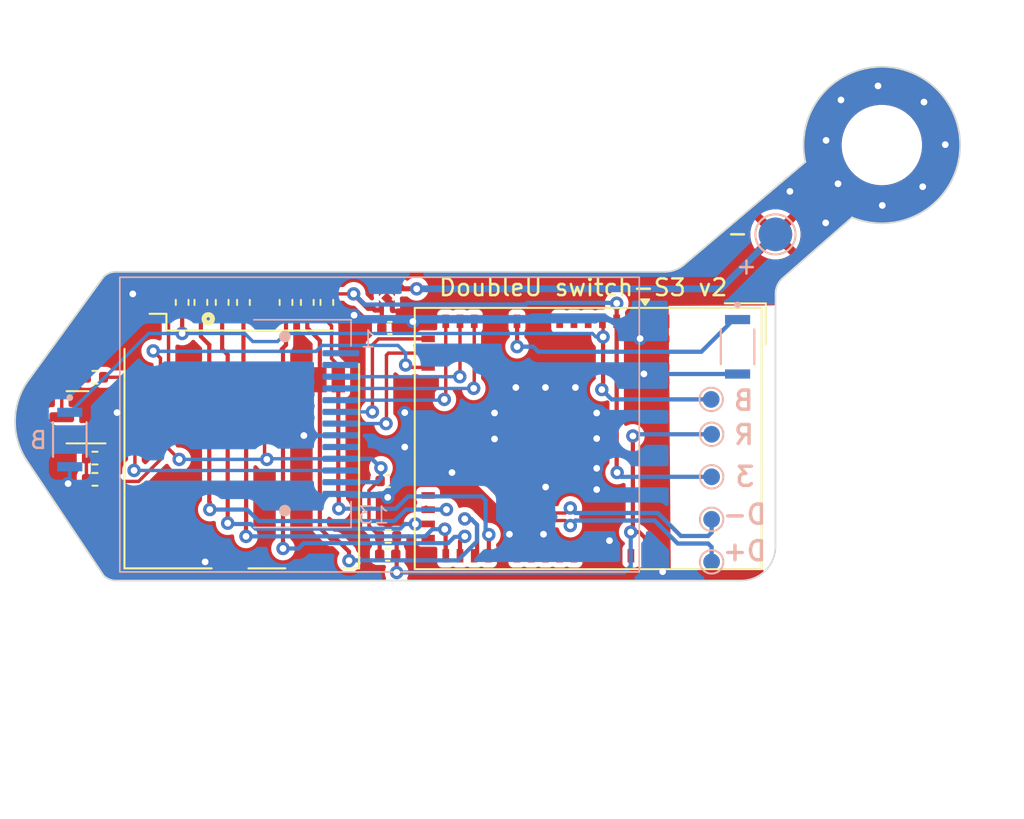
<source format=kicad_pcb>
(kicad_pcb
	(version 20241229)
	(generator "pcbnew")
	(generator_version "9.0")
	(general
		(thickness 1)
		(legacy_teardrops no)
	)
	(paper "A4")
	(title_block
		(comment 4 "AISLER Project ID: RLFZDKTG")
	)
	(layers
		(0 "F.Cu" signal)
		(2 "B.Cu" signal)
		(9 "F.Adhes" user "F.Adhesive")
		(11 "B.Adhes" user "B.Adhesive")
		(13 "F.Paste" user)
		(15 "B.Paste" user)
		(5 "F.SilkS" user "F.Silkscreen")
		(7 "B.SilkS" user "B.Silkscreen")
		(1 "F.Mask" user)
		(3 "B.Mask" user)
		(17 "Dwgs.User" user "User.Drawings")
		(19 "Cmts.User" user "User.Comments")
		(21 "Eco1.User" user "User.Eco1")
		(23 "Eco2.User" user "User.Eco2")
		(25 "Edge.Cuts" user)
		(27 "Margin" user)
		(31 "F.CrtYd" user "F.Courtyard")
		(29 "B.CrtYd" user "B.Courtyard")
		(35 "F.Fab" user)
		(33 "B.Fab" user)
		(39 "User.1" user)
		(41 "User.2" user)
		(43 "User.3" user)
		(45 "User.4" user)
		(47 "User.5" user)
		(49 "User.6" user)
		(51 "User.7" user)
		(53 "User.8" user)
		(55 "User.9" user)
	)
	(setup
		(stackup
			(layer "F.SilkS"
				(type "Top Silk Screen")
			)
			(layer "F.Paste"
				(type "Top Solder Paste")
			)
			(layer "F.Mask"
				(type "Top Solder Mask")
				(thickness 0.01)
			)
			(layer "F.Cu"
				(type "copper")
				(thickness 0.035)
			)
			(layer "dielectric 1"
				(type "core")
				(thickness 0.91)
				(material "FR4")
				(epsilon_r 4.5)
				(loss_tangent 0.02)
			)
			(layer "B.Cu"
				(type "copper")
				(thickness 0.035)
			)
			(layer "B.Mask"
				(type "Bottom Solder Mask")
				(thickness 0.01)
			)
			(layer "B.Paste"
				(type "Bottom Solder Paste")
			)
			(layer "B.SilkS"
				(type "Bottom Silk Screen")
			)
			(copper_finish "None")
			(dielectric_constraints no)
		)
		(pad_to_mask_clearance 0)
		(allow_soldermask_bridges_in_footprints no)
		(tenting front back)
		(pcbplotparams
			(layerselection 0x00000000_00000000_55555555_5755f5ff)
			(plot_on_all_layers_selection 0x00000000_00000000_00000000_00000000)
			(disableapertmacros no)
			(usegerberextensions no)
			(usegerberattributes yes)
			(usegerberadvancedattributes yes)
			(creategerberjobfile yes)
			(dashed_line_dash_ratio 12.000000)
			(dashed_line_gap_ratio 3.000000)
			(svgprecision 4)
			(plotframeref no)
			(mode 1)
			(useauxorigin no)
			(hpglpennumber 1)
			(hpglpenspeed 20)
			(hpglpendiameter 15.000000)
			(pdf_front_fp_property_popups yes)
			(pdf_back_fp_property_popups yes)
			(pdf_metadata yes)
			(pdf_single_document no)
			(dxfpolygonmode yes)
			(dxfimperialunits yes)
			(dxfusepcbnewfont yes)
			(psnegative no)
			(psa4output no)
			(plot_black_and_white yes)
			(sketchpadsonfab no)
			(plotpadnumbers no)
			(hidednponfab no)
			(sketchdnponfab yes)
			(crossoutdnponfab yes)
			(subtractmaskfromsilk no)
			(outputformat 1)
			(mirror no)
			(drillshape 1)
			(scaleselection 1)
			(outputdirectory "")
		)
	)
	(net 0 "")
	(net 1 "+3V3")
	(net 2 "GND")
	(net 3 "/SD_DATA3")
	(net 4 "/SD_DATA1")
	(net 5 "/SD_CMD")
	(net 6 "/SD_CLK")
	(net 7 "/SD_DATA0")
	(net 8 "/SD_DATA2")
	(net 9 "unconnected-(J2-Pin_1-Pad1)")
	(net 10 "unconnected-(J2-Pin_2-Pad2)")
	(net 11 "/LCD_DATA")
	(net 12 "/LCD_CLK")
	(net 13 "/LCD_DC")
	(net 14 "/LCD_RESET")
	(net 15 "/LCD_CS")
	(net 16 "unconnected-(J2-Pin_9-Pad9)")
	(net 17 "/LEDK")
	(net 18 "Net-(Q1-G)")
	(net 19 "Net-(Q1-D)")
	(net 20 "Net-(U2-EN)")
	(net 21 "/LCD_BACKLIGHT")
	(net 22 "BTN_LEFT")
	(net 23 "BTN_RIGHT")
	(net 24 "/USB_D-")
	(net 25 "/USB_D+")
	(net 26 "unconnected-(U2-IO1-Pad5)")
	(net 27 "VCC")
	(net 28 "unconnected-(U2-RXD0-Pad40)")
	(net 29 "unconnected-(U2-IO2-Pad6)")
	(net 30 "unconnected-(U2-IO47-Pad27)")
	(net 31 "unconnected-(U2-IO42-Pad38)")
	(net 32 "unconnected-(U2-IO40-Pad36)")
	(net 33 "unconnected-(U2-IO48-Pad30)")
	(net 34 "unconnected-(U2-TXD0-Pad39)")
	(net 35 "unconnected-(U2-IO41-Pad37)")
	(net 36 "/JTAG_SS")
	(net 37 "/ROM_MSG")
	(footprint "MountingHole:MountingHole_4.3mm_M4" (layer "F.Cu") (at 190.5 109.728))
	(footprint "TestPoint:TestPoint_Pad_D2.0mm" (layer "F.Cu") (at 184.15 115.062))
	(footprint "Capacitor_SMD:C_0402_1005Metric" (layer "F.Cu") (at 161.0106 134.1882))
	(footprint "Resistor_SMD:R_0402_1005Metric" (layer "F.Cu") (at 143.5377 128.4224))
	(footprint "Package_TO_SOT_SMD:SOT-23" (layer "F.Cu") (at 142.494 125.984 180))
	(footprint "Resistor_SMD:R_0402_1005Metric" (layer "F.Cu") (at 151.13 119.126 -90))
	(footprint "Resistor_SMD:R_0402_1005Metric" (layer "F.Cu") (at 157.3784 119.126 -90))
	(footprint "Capacitor_SMD:C_0402_1005Metric" (layer "F.Cu") (at 161.1376 120.65))
	(footprint "Resistor_SMD:R_0402_1005Metric" (layer "F.Cu") (at 148.7424 119.126 -90))
	(footprint "Capacitor_SMD:C_0402_1005Metric" (layer "F.Cu") (at 161.036 129.794))
	(footprint "Resistor_SMD:R_0402_1005Metric" (layer "F.Cu") (at 152.4 119.126 -90))
	(footprint "Package_DQN:X2SON_DQN4_TEX" (layer "F.Cu") (at 160.9598 118.872 90))
	(footprint "Resistor_SMD:R_0402_1005Metric" (layer "F.Cu") (at 161.036 133.096))
	(footprint "Resistor_SMD:R_0402_1005Metric" (layer "F.Cu") (at 143.5377 123.5964 180))
	(footprint "Resistor_SMD:R_0402_1005Metric" (layer "F.Cu") (at 154.94 119.126 -90))
	(footprint "Connector_Card:microSD_HC_Molex_47352-1001" (layer "F.Cu") (at 152.3002 127.4064 180))
	(footprint "Resistor_SMD:R_0402_1005Metric" (layer "F.Cu") (at 149.86 119.126 -90))
	(footprint "RF_Module:ESP32-S2-MINI-1" (layer "F.Cu") (at 172.974 127.254 -90))
	(footprint "Resistor_SMD:R_0402_1005Metric" (layer "F.Cu") (at 156.21 119.126 -90))
	(footprint "Resistor_SMD:R_0402_1005Metric" (layer "F.Cu") (at 143.5377 129.6924 180))
	(footprint "Button_Switch_SMD:SW_SPST_E-switch_ETL3780AF240QG" (layer "B.Cu") (at 142.0368 127.3133 -90))
	(footprint "TestPoint:TestPoint_Pad_D1.0mm" (layer "B.Cu") (at 180.34 132.08))
	(footprint "Display:LH114T_IG01" (layer "B.Cu") (at 176.022 117.622 180))
	(footprint "TestPoint:TestPoint_Pad_D1.0mm" (layer "B.Cu") (at 180.34 127))
	(footprint "TestPoint:TestPoint_Pad_D1.0mm" (layer "B.Cu") (at 180.34 129.54 90))
	(footprint "TestPoint:TestPoint_Pad_D1.0mm" (layer "B.Cu") (at 180.34 134.62))
	(footprint "TestPoint:TestPoint_Pad_D1.0mm" (layer "B.Cu") (at 180.3146 124.9172))
	(footprint "Button_Switch_SMD:SW_SPST_E-switch_ETL3780AF240QG" (layer "B.Cu") (at 181.8894 121.7761 -90))
	(footprint "TestPoint:TestPoint_Pad_D2.0mm" (layer "B.Cu") (at 184.15 115.062 -90))
	(gr_line
		(start 181.43 136.588)
		(end 142.43 136.588)
		(stroke
			(width 0.2)
			(type solid)
		)
		(layer "Dwgs.User")
		(uuid "095c45cb-63d7-4834-8136-c86fe8c83e8e")
	)
	(gr_line
		(start 142.43 116.5939)
		(end 181.43 116.5939)
		(stroke
			(width 0.2)
			(type solid)
		)
		(layer "Dwgs.User")
		(uuid "0cf156be-26b0-43d2-973c-eefad7d4d721")
	)
	(gr_arc
		(start 185.43 132.588)
		(mid 184.258427 135.416427)
		(end 181.43 136.588)
		(stroke
			(width 0.2)
			(type solid)
		)
		(layer "Dwgs.User")
		(uuid "142f69cb-5e53-4fe7-94f6-4120285ff4cb")
	)
	(gr_line
		(start 175.468861 119.072489)
		(end 175.468861 134.302442)
		(stroke
			(width 0.2)
			(type solid)
		)
		(layer "Dwgs.User")
		(uuid "19aa232a-93e3-410c-a2eb-d079d61496ca")
	)
	(gr_arc
		(start 138.43 120.5939)
		(mid 139.601573 117.765473)
		(end 142.43 116.5939)
		(stroke
			(width 0.2)
			(type solid)
		)
		(layer "Dwgs.User")
		(uuid "212e979c-c211-4a7f-9918-828b1829fd7b")
	)
	(gr_line
		(start 148.422565 134.302442)
		(end 148.422565 119.072489)
		(stroke
			(width 0.2)
			(type solid)
		)
		(layer "Dwgs.User")
		(uuid "638f4fa7-f1ff-471b-b8f4-20c7fde65faa")
	)
	(gr_arc
		(start 181.43 116.5939)
		(mid 184.258427 117.765473)
		(end 185.43 120.5939)
		(stroke
			(width 0.2)
			(type solid)
		)
		(layer "Dwgs.User")
		(uuid "67cf26fb-cf67-407a-8b3f-b3e813aa3c3b")
	)
	(gr_line
		(start 148.422565 119.072489)
		(end 175.468861 119.072489)
		(stroke
			(width 0.2)
			(type solid)
		)
		(layer "Dwgs.User")
		(uuid "69e5e991-e849-4110-8378-9c9cec9b759d")
	)
	(gr_line
		(start 138.43 132.588)
		(end 138.43 120.5939)
		(stroke
			(width 0.2)
			(type solid)
		)
		(layer "Dwgs.User")
		(uuid "71cc6696-6d43-4362-b86b-2db0954d090e")
	)
	(gr_circle
		(center 141.996719 127.268485)
		(end 140.297684 127.268485)
		(stroke
			(width 0.2)
			(type solid)
		)
		(fill no)
		(layer "Dwgs.User")
		(uuid "752fb1cb-11d2-41c9-ba35-44cff8a8348b")
	)
	(gr_arc
		(start 142.43 136.588)
		(mid 139.601573 135.416427)
		(end 138.43 132.588)
		(stroke
			(width 0.2)
			(type solid)
		)
		(layer "Dwgs.User")
		(uuid "a07bf0e9-39d3-4515-930f-8642191fc5fc")
	)
	(gr_line
		(start 175.468861 134.302442)
		(end 148.422565 134.302442)
		(stroke
			(width 0.2)
			(type solid)
		)
		(layer "Dwgs.User")
		(uuid "a933dbb8-c631-4d54-8eab-54de504bfa9a")
	)
	(gr_circle
		(center 181.901374 121.797111)
		(end 180.191907 121.797111)
		(stroke
			(width 0.2)
			(type solid)
		)
		(fill no)
		(layer "Dwgs.User")
		(uuid "da979675-4050-4a61-bb37-f281f5722a48")
	)
	(gr_line
		(start 185.43 120.5939)
		(end 185.43 132.588)
		(stroke
			(width 0.2)
			(type solid)
		)
		(layer "Dwgs.User")
		(uuid "dfa343ae-67af-4d7b-97b3-b56dd7b738de")
	)
	(gr_line
		(start 184.658 117.602)
		(end 188.722 114.046)
		(stroke
			(width 0.1)
			(type default)
		)
		(layer "Edge.Cuts")
		(uuid "080bfda4-937f-458e-bb78-ef888ad9a0d7")
	)
	(gr_line
		(start 184.15 133.69838)
		(end 184.15 118.618)
		(stroke
			(width 0.1)
			(type default)
		)
		(layer "Edge.Cuts")
		(uuid "0de2b308-2685-4924-8bc7-79b3848b0e4e")
	)
	(gr_line
		(start 144.78 135.73038)
		(end 182.118 135.73038)
		(stroke
			(width 0.1)
			(type default)
		)
		(layer "Edge.Cuts")
		(uuid "0e599862-71c3-4da6-8702-f69d9378c146")
	)
	(gr_arc
		(start 139.446001 128.524)
		(mid 138.774598 126.238)
		(end 139.446 123.952)
		(stroke
			(width 0.1)
			(type default)
		)
		(layer "Edge.Cuts")
		(uuid "1642e732-48e6-49d5-ae70-2a2a85b3f73f")
	)
	(gr_arc
		(start 178.684248 116.889694)
		(mid 178.151276 117.1956)
		(end 177.546 117.301797)
		(stroke
			(width 0.1)
			(type default)
		)
		(layer "Edge.Cuts")
		(uuid "4a011b13-d317-4b6a-bc90-9d11b78f4edd")
	)
	(gr_arc
		(start 184.15 133.69838)
		(mid 183.554841 135.135221)
		(end 182.118 135.73038)
		(stroke
			(width 0.1)
			(type default)
		)
		(layer "Edge.Cuts")
		(uuid "60088bfe-6909-469c-8012-2e0731b1eaff")
	)
	(gr_line
		(start 139.446001 128.524)
		(end 144.06158 135.4328)
		(stroke
			(width 0.1)
			(type default)
		)
		(layer "Edge.Cuts")
		(uuid "70e3ca4f-5690-431a-93d8-6e9d38cfd3f8")
	)
	(gr_arc
		(start 144.06158 117.599377)
		(mid 144.391194 117.379136)
		(end 144.78 117.301797)
		(stroke
			(width 0.1)
			(type default)
		)
		(layer "Edge.Cuts")
		(uuid "755ee050-e57d-4939-9fba-5d749d5e7d33")
	)
	(gr_line
		(start 185.941467 110.741005)
		(end 178.684248 116.889694)
		(stroke
			(width 0.1)
			(type default)
		)
		(layer "Edge.Cuts")
		(uuid "9b78de09-b1c4-41b5-bccf-b251864e949e")
	)
	(gr_arc
		(start 184.15 118.618)
		(mid 184.284077 118.050039)
		(end 184.658 117.602)
		(stroke
			(width 0.1)
			(type default)
		)
		(layer "Edge.Cuts")
		(uuid "c8ef59f1-9440-421f-956d-10535b3a6390")
	)
	(gr_line
		(start 177.546 117.301797)
		(end 144.78 117.301797)
		(stroke
			(width 0.1)
			(type default)
		)
		(layer "Edge.Cuts")
		(uuid "d8232386-59da-438a-ad58-3d89d2a3dae9")
	)
	(gr_arc
		(start 144.78 135.73038)
		(mid 144.391194 135.653042)
		(end 144.06158 135.4328)
		(stroke
			(width 0.1)
			(type default)
		)
		(layer "Edge.Cuts")
		(uuid "edcca689-ab34-49dc-847e-9bf5c6e90260")
	)
	(gr_arc
		(start 185.941467 110.741005)
		(mid 194.073326 106.721716)
		(end 188.722 114.046)
		(stroke
			(width 0.1)
			(type default)
		)
		(layer "Edge.Cuts")
		(uuid "f05ab105-c9ae-46e8-9fac-0b4f7776ebfc")
	)
	(gr_line
		(start 144.06158 117.599377)
		(end 139.446 123.952)
		(stroke
			(width 0.1)
			(type default)
		)
		(layer "Edge.Cuts")
		(uuid "f38dc27d-1394-48e3-b592-19bfa601274a")
	)
	(gr_text "DoubleU switch-S3 v2"
		(at 163.9824 118.8212 0)
		(layer "F.SilkS")
		(uuid "e922a36e-1f79-4f6c-ade8-2807070f4733")
		(effects
			(font
				(size 1 1)
				(thickness 0.15)
			)
			(justify left bottom)
		)
	)
	(gr_text "D-"
		(at 183.7182 132.461 0)
		(layer "B.SilkS")
		(uuid "1a8138fc-4688-4122-9dd5-5666ad24622d")
		(effects
			(font
				(size 1.143 1.143)
				(thickness 0.2032)
				(bold yes)
			)
			(justify left bottom mirror)
		)
	)
	(gr_text "R"
		(at 182.979776 127.706425 0)
		(layer "B.SilkS")
		(uuid "7a352e4c-10d1-4e25-a23c-8c687ce506f5")
		(effects
			(font
				(size 1.143 1.143)
				(thickness 0.2032)
				(bold yes)
			)
			(justify left bottom mirror)
		)
	)
	(gr_text "3"
		(at 183.007 130.2004 0)
		(layer "B.SilkS")
		(uuid "903e2907-dc37-4fad-8093-1538ef3b5761")
		(effects
			(font
				(size 1.143 1.143)
				(thickness 0.2032)
				(bold yes)
			)
			(justify left bottom mirror)
		)
	)
	(gr_text "B"
		(at 182.9562 125.6538 0)
		(layer "B.SilkS")
		(uuid "9b26af38-5cff-4587-a923-0af932cbc3ed")
		(effects
			(font
				(size 1.143 1.143)
				(thickness 0.2032)
				(bold yes)
			)
			(justify left bottom mirror)
		)
	)
	(gr_text "D+\n"
		(at 183.7182 134.6454 0)
		(layer "B.SilkS")
		(uuid "a0106369-0e07-4427-9d47-45039162a969")
		(effects
			(font
				(size 1.143 1.143)
				(thickness 0.2032)
				(bold yes)
			)
			(justify left bottom mirror)
		)
	)
	(gr_text "B"
		(at 140.7668 127.9398 0)
		(layer "B.SilkS")
		(uuid "a5225bb5-9dad-4466-9270-9a294bd02c9d")
		(effects
			(font
				(size 1 1)
				(thickness 0.15)
			)
			(justify left bottom mirror)
		)
	)
	(segment
		(start 160.147 119.4816)
		(end 160.247799 119.582399)
		(width 0.3048)
		(layer "F.Cu")
		(net 1)
		(uuid "03668872-f8ca-4376-8b43-f37c063b1ef1")
	)
	(segment
		(start 153.797 128.4986)
		(end 153.6602 128.3618)
		(width 0.2032)
		(layer "F.Cu")
		(net 1)
		(uuid "2c26b9b0-1fb7-4aa1-9dd4-6e9d7635b2bf")
	)
	(segment
		(start 160.556 129.794)
		(end 160.4518 129.794)
		(width 0.2032)
		(layer "F.Cu")
		(net 1)
		(uuid "34614106-47af-4892-a760-2c781748049e")
	)
	(segment
		(start 174.674 120.254)
		(end 174.674 129.2588)
		(width 0.254)
		(layer "F.Cu")
		(net 1)
		(uuid "3c1256db-320f-4479-af39-b273aaf47624")
	)
	(segment
		(start 160.6042 129.0066)
		(end 160.6042 129.7458)
		(width 0.25)
		(layer "F.Cu")
		(net 1)
		(uuid "4f3af739-45a5-4537-b163-1a22fc3795b3")
	)
	(segment
		(start 160.4518 129.794)
		(end 159.893 130.3528)
		(width 0.2032)
		(layer "F.Cu")
		(net 1)
		(uuid "5360223c-a8e3-4bcf-96e6-fcd9b1459826")
	)
	(segment
		(start 160.247799 119.582399)
		(end 160.634799 119.582399)
		(width 0.3048)
		(layer "F.Cu")
		(net 1)
		(uuid "69fed69d-bc1d-41d0-b7e5-461ec617f495")
	)
	(segment
		(start 160.6042 129.7458)
		(end 160.556 129.794)
		(width 0.25)
		(layer "F.Cu")
		(net 1)
		(uuid "6e5a4f76-8248-4359-8f30-06404fca4760")
	)
	(segment
		(start 159.893 132.463)
		(end 160.526 133.096)
		(width 0.2032)
		(layer "F.Cu")
		(net 1)
		(uuid "787a009d-68a6-4848-867d-bbcae87b2b88")
	)
	(segment
		(start 174.674 129.2588)
		(end 174.7012 129.286)
		(width 0.254)
		(layer "F.Cu")
		(net 1)
		(uuid "9030efab-99e9-47a0-812a-0b8964d1ca50")
	)
	(segment
		(start 153.6602 128.3618)
		(end 153.6602 123.5464)
		(width 0.2032)
		(layer "F.Cu")
		(net 1)
		(uuid "9a982cd3-dfe4-4cd8-b99d-2758bda103c6")
	)
	(segment
		(start 148.3126 118.616)
		(end 149.86 118.616)
		(width 0.2032)
		(layer "F.Cu")
		(net 1)
		(uuid "9eade319-648e-4b24-a96d-057fd9d2b6b7")
	)
	(segment
		(start 156.21 118.616)
		(end 158.9766 118.616)
		(width 0.2032)
		(layer "F.Cu")
		(net 1)
		(uuid "b18fe60f-f5fe-420e-8bf4-2a136c341d25")
	)
	(segment
		(start 148.5646 128.4986)
		(end 147.9296 127.8636)
		(width 0.2032)
		(layer "F.Cu")
		(net 1)
		(uuid "b51466ec-4915-476a-acce-5c5008ab2b75")
	)
	(segment
		(start 147.9296 118.999)
		(end 148.3126 118.616)
		(width 0.2032)
		(layer "F.Cu")
		(net 1)
		(uuid "ba992029-12a6-4177-89d9-ab3888408b15")
	)
	(segment
		(start 160.5306 133.1006)
		(end 160.526 133.096)
		(width 0.254)
		(layer "F.Cu")
		(net 1)
		(uuid "c16244d4-8a75-4366-94b8-e17065c603d4")
	)
	(segment
		(start 159.8422 119.4816)
		(end 160.147 119.4816)
		(width 0.3048)
		(layer "F.Cu")
		(net 1)
		(uuid "c26e68e2-e078-47f5-9027-537d77806b36")
	)
	(segment
		(start 174.6758 119.1768)
		(end 174.6758 120.2522)
		(width 0.254)
		(layer "F.Cu")
		(net 1)
		(uuid "c95fda12-550f-4400-8e72-da0f00ada16a")
	)
	(segment
		(start 149.86 118.616)
		(end 156.21 118.616)
		(width 0.25)
		(layer "F.Cu")
		(net 1)
		(uuid "d29628fd-26c6-4fa6-b9cd-b7d6882be044")
	)
	(segment
		(start 160.5306 134.1882)
		(end 160.5306 133.1006)
		(width 0.254)
		(layer "F.Cu")
		(net 1)
		(uuid "d7f8c360-663f-4d20-a0ef-37e9dbdb31f2")
	)
	(segment
		(start 174.6758 120.2522)
		(end 174.674 120.254)
		(width 0.254)
		(layer "F.Cu")
		(net 1)
		(uuid "e192522e-71bc-41ed-8c19-7c1893a0ca3e")
	)
	(segment
		(start 160.6576 119.6052)
		(end 160.6576 120.65)
		(width 0.254)
		(layer "F.Cu")
		(net 1)
		(uuid "f350b888-7942-41b3-9420-9c08405be53a")
	)
	(segment
		(start 158.9766 118.616)
		(end 159.8422 119.4816)
		(width 0.3048)
		(layer "F.Cu")
		(net 1)
		(uuid "f3e036ed-01f4-4ae8-aff3-d0a41be407ed")
	)
	(segment
		(start 160.634799 119.582399)
		(end 160.6576 119.6052)
		(width 0.254)
		(layer "F.Cu")
		(net 1)
		(uuid "f4719d55-55ba-4f1a-a147-e73a7ee11e10")
	)
	(segment
		(start 159.893 130.3528)
		(end 159.893 132.463)
		(width 0.2032)
		(layer "F.Cu")
		(net 1)
		(uuid "fb3171c2-d9f9-4bf6-a203-ce2d7c128310")
	)
	(segment
		(start 147.9296 127.8636)
		(end 147.9296 118.999)
		(width 0.2032)
		(layer "F.Cu")
		(net 1)
		(uuid "ff52ec10-6c16-4ed6-86c1-6d92c07b80df")
	)
	(via
		(at 148.5646 128.4986)
		(size 0.8)
		(drill 0.4)
		(layers "F.Cu" "B.Cu")
		(net 1)
		(uuid "2856081d-cf6a-4d72-80eb-ce481f1fb67d")
	)
	(via
		(at 160.6042 129.0066)
		(size 0.8)
		(drill 0.4)
		(layers "F.Cu" "B.Cu")
		(net 1)
		(uuid "bc3757dc-fe40-474b-b2d0-714341a97b75")
	)
	(via
		(at 158.9766 118.616)
		(size 0.8)
		(drill 0.4)
		(layers "F.Cu" "B.Cu")
		(net 1)
		(uuid "d75ea14b-2a18-4a15-92f3-ba41656593cf")
	)
	(via
		(at 174.7012 129.286)
		(size 0.8)
		(drill 0.4)
		(layers "F.Cu" "B.Cu")
		(net 1)
		(uuid "e0969abe-820b-4d5e-8edc-8213b69d7fa7")
	)
	(via
		(at 153.797 128.4986)
		(size 0.8)
		(drill 0.4)
		(layers "F.Cu" "B.Cu")
		(net 1)
		(uuid "ec5f9652-66a3-4cb3-a493-19998cd8a044")
	)
	(via
		(at 174.6758 119.1768)
		(size 0.8)
		(drill 0.4)
		(layers "F.Cu" "B.Cu")
		(net 1)
		(uuid "ee754d2d-1616-410d-9deb-e98bb961d1aa")
	)
	(segment
		(start 158.212 128.462)
		(end 153.8336 128.462)
		(width 0.2032)
		(layer "B.Cu")
		(net 1)
		(uuid "09475bc2-3d51-4b0c-bdc2-249f2d20cf5d")
	)
	(segment
		(start 153.797 128.4986)
		(end 148.5646 128.4986)
		(width 0.2032)
		(layer "B.Cu")
		(net 1)
		(uuid "4268bab6-3133-4867-acae-6bcd2f5efcd9")
	)
	(segment
		(start 169.3418 119.1514)
		(end 169.2402 119.253)
		(width 0.254)
		(layer "B.Cu")
		(net 1)
		(uuid "4ba52b15-01c0-4603-a346-353e85dd7098")
	)
	(segment
		(start 174.7012 129.286)
		(end 174.9552 129.54)
		(width 0.254)
		(layer "B.Cu")
		(net 1)
		(uuid "6ce9d8d7-78fd-4700-a70c-22270341ea2c")
	)
	(segment
		(start 160.3838 129.862)
		(end 160.6042 129.6416)
		(width 0.25)
		(layer "B.Cu")
		(net 1)
		(uuid "7042fb73-1dfb-45ae-a056-2f54602f4026")
	)
	(segment
		(start 158.212 129.862)
		(end 160.3838 129.862)
		(width 0.25)
		(layer "B.Cu")
		(net 1)
		(uuid "8e7164f8-9137-4a73-b76e-0472a1634152")
	)
	(segment
		(start 160.6042 129.6416)
		(end 160.6042 129.0066)
		(width 0.25)
		(layer "B.Cu")
		(net 1)
		(uuid "8ffd50e8-cd3f-4e50-80e6-2a7d75ec54fc")
	)
	(segment
		(start 174.6758 119.1768)
		(end 174.6504 119.1514)
		(width 0.254)
		(layer "B.Cu")
		(net 1)
		(uuid "9200ecfd-fb1e-456c-a69b-511ab76a93d7")
	)
	(segment
		(start 169.2402 119.253)
		(end 159.6136 119.253)
		(width 0.254)
		(layer "B.Cu")
		(net 1)
		(uuid "a0a0b399-682d-491f-83cd-23707e80ee13")
	)
	(segment
		(start 158.212 128.462)
		(end 160.0596 128.462)
		(width 0.25)
		(layer "B.Cu")
		(net 1)
		(uuid "bb4772f5-5679-4c4a-b698-1201ee31d93f")
	)
	(segment
		(start 159.6136 119.253)
		(end 158.9766 118.616)
		(width 0.254)
		(layer "B.Cu")
		(net 1)
		(uuid "ca37d0a4-17d4-473b-9f72-6a8223e35cc9")
	)
	(segment
		(start 153.8336 128.462)
		(end 153.797 128.4986)
		(width 0.2032)
		(layer "B.Cu")
		(net 1)
		(uuid "e62462c7-d582-46ce-b7d6-bb1d8924c8da")
	)
	(segment
		(start 160.0596 128.462)
		(end 160.6042 129.0066)
		(width 0.25)
		(layer "B.Cu")
		(net 1)
		(uuid "f05fdd96-b48d-4b94-a7d6-44ee67bf4fe5")
	)
	(segment
		(start 174.6504 119.1514)
		(end 169.3418 119.1514)
		(width 0.254)
		(layer "B.Cu")
		(net 1)
		(uuid "f4f30d97-5f63-4d7c-91d6-7cbc734c6037")
	)
	(segment
		(start 174.9552 129.54)
		(end 180.34 129.54)
		(width 0.254)
		(layer "B.Cu")
		(net 1)
		(uuid "fc17d3e1-ef69-4a10-b53d-c52c76a41754")
	)
	(segment
		(start 168.774 127.254)
		(end 167.4114 127.254)
		(width 0.254)
		(layer "F.Cu")
		(net 2)
		(uuid "0524b779-f225-4023-8e6c-c99304b7abf9")
	)
	(segment
		(start 168.656 124.206)
		(end 168.656 125.486)
		(width 0.254)
		(layer "F.Cu")
		(net 2)
		(uuid "09695523-53a7-4e17-967a-8d338b9ae8dd")
	)
	(segment
		(start 163.424 134.254)
		(end 163.424 134.518)
		(width 0.25)
		(layer "F.Cu")
		(net 2)
		(uuid "097548c9-3a75-4cb8-bdda-d1963719b3a1")
	)
	(segment
		(start 174.674 133.526)
		(end 174.498 133.35)
		(width 0.25)
		(layer "F.Cu")
		(net 2)
		(uuid "0c0f73b9-c814-436c-a93a-aca2d765d2a5")
	)
	(segment
		(start 161.284801 119.633199)
		(end 161.6202 119.633199)
		(width 0.254)
		(layer "F.Cu")
		(net 2)
		(uuid "11aedb1e-eeee-4063-ba0b-cb2a6df2f41a")
	)
	(segment
		(start 172.074 127.254)
		(end 170.424 127.254)
		(width 0.254)
		(layer "F.Cu")
		(net 2)
		(uuid "18d46f8a-b582-4169-8538-94a65d96ae0b")
	)
	(segment
		(start 168.774 125.604)
		(end 168.774 128.904)
		(width 0.254)
		(layer "F.Cu")
		(net 2)
		(uuid "226c3c07-13e9-419c-980f-9d51f7ffcb9c")
	)
	(segment
		(start 162.5242 120.254)
		(end 162.5092 120.269)
		(width 0.254)
		(layer "F.Cu")
		(net 2)
		(uuid "230a9ab4-06f2-42f1-a196-06e337d928f7")
	)
	(segment
		(start 168.774 127.254)
		(end 170.424 127.254)
		(width 0.254)
		(layer "F.Cu")
		(net 2)
		(uuid "23a82fec-b3a2-4106-ba16-de93e238d367")
	)
	(segment
		(start 145.7002 120.4564)
		(end 145.7002 118.7138)
		(width 0.25)
		(layer "F.Cu")
		(net 2)
		(uuid "2697abf3-34d8-42e2-bbfa-27f919052258")
	)
	(segment
		(start 173.482 130.302)
		(end 173.472 130.302)
		(width 0.254)
		(layer "F.Cu")
		(net 2)
		(uuid "2b36bccc-ba24-4f4a-8a60-2cd737a8c85d")
	)
	(segment
		(start 168.656 125.486)
		(end 168.774 125.604)
		(width 0.254)
		(layer "F.Cu")
		(net 2)
		(uuid "30b3d93c-b8e4-4af7-bfcf-a20db3d9bd72")
	)
	(segment
		(start 161.0106 130.375524)
		(end 161.516 129.870124)
		(width 0.25)
		(layer "F.Cu")
		(net 2)
		(uuid "3179b4ab-5bfd-4ae5-9f20-4fe833e10667")
	)
	(segment
		(start 145.7002 118.7138)
		(end 145.796 118.618)
		(width 0.25)
		(layer "F.Cu")
		(net 2)
		(uuid "348500a6-a01d-404a-8bf2-5c959ad16187")
	)
	(segment
		(start 172.074 125.604)
		(end 168.774 125.604)
		(width 0.254)
		(layer "F.Cu")
		(net 2)
		(uuid "3492ea85-3f96-4016-b604-6fc42e424b3d")
	)
	(segment
		(start 173.824 133.516)
		(end 173.824 134.254)
		(width 0.25)
		(layer "F.Cu")
		(net 2)
		(uuid "399aeb05-f0f6-43d2-9e89-3693a20fb1f0")
	)
	(segment
		(start 176.403 123.4948)
		(end 177.424 123.4948)
		(width 0.254)
		(layer "F.Cu")
		(net 2)
		(uuid "3f216db3-32f3-4f4e-a22a-ba207712b3b5")
	)
	(segment
		(start 173.482 129.032)
		(end 172.202 129.032)
		(width 0.254)
		(layer "F.Cu")
		(net 2)
		(uuid "4195f378-2f11-4096-a7a0-534fc49bd263")
	)
	(segment
		(start 177.424 135.1992)
		(end 177.424 134.254)
		(width 0.254)
		(layer "F.Cu")
		(net 2)
		(uuid "45b19ac3-393d-4f73-ac8b-f00a0111295d")
	)
	(segment
		(start 172.6936 128.904)
		(end 172.7454 128.9558)
		(width 0.254)
		(layer "F.Cu")
		(net 2)
		(uuid "46158341-6a70-46fc-9c15-1fd377f114fa")
	)
	(segment
		(start 161.516 129.870124)
		(end 161.516 129.794)
		(width 0.25)
		(layer "F.Cu")
		(net 2)
		(uuid "468158a8-1f89-4443-8df4-15b6dd868738")
	)
	(segment
		(start 173.472 130.302)
		(end 172.074 128.904)
		(width 0.254)
		(layer "F.Cu")
		(net 2)
		(uuid "50ff37d0-3a4f-47fd-9831-2633e6c7f982")
	)
	(segment
		(start 158.8502 120.0418)
		(end 159.004 119.888)
		(width 0.25)
		(layer "F.Cu")
		(net 2)
		(uuid "529a4fe1-1ef8-4bb1-988d-f6a474361ec7")
	)
	(segment
		(start 163.424 120.254)
		(end 162.5242 120.254)
		(width 0.254)
		(layer "F.Cu")
		(net 2)
		(uuid "57c9501a-d145-4879-839f-e3eb4bfd1d73")
	)
	(segment
		(start 163.424 120.254)
		(end 162.803199 119.633199)
		(width 0.3048)
		(layer "F.Cu")
		(net 2)
		(uuid "5af5a344-3f78-4280-a99a-4d14b18f8d09")
	)
	(segment
		(start 161.0106 130.7676)
		(end 161.0106 130.375524)
		(width 0.25)
		(layer "F.Cu")
		(net 2)
		(uuid "628ed6ac-9fa8-4492-b975-d1face54c055")
	)
	(segment
		(start 170.424 128.904)
		(end 170.424 127.254)
		(width 0.254)
		(layer "F.Cu")
		(net 2)
		(uuid "68893c75-90f8-4546-81a8-86e4d5c06a27")
	)
	(segment
		(start 150.1276 134.6064)
		(end 150.114 134.62)
		(width 0.25)
		(layer "F.Cu")
		(net 2)
		(uuid "7173ea83-7b4d-4775-a7d5-5fa83ebb4faa")
	)
	(segment
		(start 144.0477 128.4224)
		(end 144.8562 127.6139)
		(width 0.2032)
		(layer "F.Cu")
		(net 2)
		(uuid "722ca49a-caa7-4064-917c-b6fbeef2bc86")
	)
	(segment
		(start 177.419 135.2042)
		(end 177.424 135.1992)
		(width 0.254)
		(layer "F.Cu")
		(net 2)
		(uuid "7530c765-3c0e-4803-b1bf-f2a44ba31456")
	)
	(segment
		(start 170.424 124.206)
		(end 170.424 125.604)
		(width 0.254)
		(layer "F.Cu")
		(net 2)
		(uuid "78b5ae8a-e5e1-41d6-8da3-8c93d9a1a4c1")
	)
	(segment
		(start 172.202 129.032)
		(end 172.074 128.904)
		(width 0.254)
		(layer "F.Cu")
		(net 2)
		(uuid "78d9f6fd-077d-4988-ab52-7646e8eb6837")
	)
	(segment
		(start 161.6202 119.633199)
		(end 161.6202 119.8118)
		(width 0.254)
		(layer "F.Cu")
		(net 2)
		(uuid "7eb3cd2d-181b-4757-9885-e278a362d348")
	)
	(segment
		(start 172.2 125.73)
		(end 172.074 125.604)
		(width 0.254)
		(layer "F.Cu")
		(net 2)
		(uuid "81e62ad9-de0a-4063-b277-6e14488ce65c")
	)
	(segment
		(start 143.4315 125.034)
		(end 144.1856 125.034)
		(width 0.2032)
		(layer "F.Cu")
		(net 2)
		(uuid "82d57b6f-af4b-4ff6-a7e9-34c2e7bb1ae4")
	)
	(segment
		(start 174.674 134.254)
		(end 174.674 133.526)
		(width 0.25)
		(layer "F.Cu")
		(net 2)
		(uuid "85a463d5-9461-4b17-a560-a98d27f0b198")
	)
	(segment
		(start 162.5092 120.269)
		(end 162.5092 119.683999)
		(width 0.254)
		(layer "F.Cu")
		(net 2)
		(uuid "869addda-3491-44f3-8881-0a6038603ef8")
	)
	(segment
		(start 172.212 125.466)
		(end 172.074 125.604)
		(width 0.254)
		(layer "F.Cu")
		(net 2)
		(uuid "882273aa-ce86-42ca-bd7b-aff111d3acab")
	)
	(segment
		(start 175.524 120.254)
		(end 177.424 120.254)
		(width 0.25)
		(layer "F.Cu")
		(net 2)
		(uuid "9443e0b9-380b-4d97-aa87-58945ad39109")
	)
	(segment
		(start 167.386 125.73)
		(end 168.648 125.73)
		(width 0.254)
		(layer "F.Cu")
		(net 2)
		(uuid "951f457e-a5a8-4258-9608-f3c3331af71a")
	)
	(segment
		(start 162.5092 119.683999)
		(end 162.4584 119.633199)
		(width 0.254)
		(layer "F.Cu")
		(net 2)
		(uuid "9e0ff98f-6e97-452c-a1ab-b98f3d4d455f")
	)
	(segment
		(start 170.424 127.254)
		(end 170.424 125.604)
		(width 0.254)
		(layer "F.Cu")
		(net 2)
		(uuid "9f2b1144-0093-48e4-9aaa-19344c2eb097")
	)
	(segment
		(start 172.074 127.254)
		(end 173.482 127.254)
		(width 0.254)
		(layer "F.Cu")
		(net 2)
		(uuid "a8f9a86d-e011-4247-b8cd-8ce710708872")
	)
	(segment
		(start 177.424 123.4948)
		(end 177.424 134.254)
		(width 0.25)
		(layer "F.Cu")
		(net 2)
		(uuid "a96e466a-7629-4019-9457-0d44d40cd29e")
	)
	(segment
		(start 161.6202 119.8118)
		(end 161.6176 119.8144)
		(width 0.254)
		(layer "F.Cu")
		(net 2)
		(uuid "aac51f50-6588-421f-a703-ddeac34c77b0")
	)
	(segment
		(start 158.8502 121.4564)
		(end 158.8502 120.0418)
		(width 0.25)
		(layer "F.Cu")
		(net 2)
		(uuid "ada49edf-6fff-40ce-97cf-1be651b0070e")
	)
	(segment
		(start 172.212 124.206)
		(end 172.212 125.466)
		(width 0.254)
		(layer "F.Cu")
		(net 2)
		(uuid "b3dc6bf5-4080-4cb0-80a5-94835f4badc2")
	)
	(segment
		(start 161.6176 119.8144)
		(end 161.6176 120.65)
		(width 0.254)
		(layer "F.Cu")
		(net 2)
		(uuid "b40c605f-ed93-48e4-b412-6b1243033f2f")
	)
	(segment
		(start 168.774 128.904)
		(end 172.6936 128.904)
		(width 0.254)
		(layer "F.Cu")
		(net 2)
		(uuid "b7639603-24c8-47db-a091-9a4a76700c82")
	)
	(segment
		(start 162.803199 119.633199)
		(end 162.4584 119.633199)
		(width 0.3048)
		(layer "F.Cu")
		(net 2)
		(uuid "bb6cf9f2-6afb-4c9e-9c0f-fbacb293d6c4")
	)
	(segment
		(start 167.4114 127.254)
		(end 167.386 127.2794)
		(width 0.254)
		(layer "F.Cu")
		(net 2)
		(uuid "bc218605-2d99-468b-98ef-1c5ac2406235")
	)
	(segment
		(start 151.5502 134.6064)
		(end 150.1276 134.6064)
		(width 0.25)
		(layer "F.Cu")
		(net 2)
		(uuid "bfbfabd5-049e-4345-b02c-b30928650e25")
	)
	(segment
		(start 170.424 128.904)
		(end 170.424 130.1396)
		(width 0.254)
		(layer "F.Cu")
		(net 2)
		(uuid "c07e8cf2-9d4b-48a2-bce2-c57e723b79f1")
	)
	(segment
		(start 162.4584 119.633199)
		(end 161.6202 119.633199)
		(width 0.3048)
		(layer "F.Cu")
		(net 2)
		(uuid "c78c15a9-608b-4792-990b-4a3aebf8b251")
	)
	(segment
		(start 174.498 133.35)
		(end 173.99 133.35)
		(width 0.25)
		(layer "F.Cu")
		(net 2)
		(uuid "ce7805f2-732f-485d-b5de-363f5f58bd3b")
	)
	(segment
		(start 177.424 120.254)
		(end 177.424 123.4948)
		(width 0.25)
		(layer "F.Cu")
		(net 2)
		(uuid "d1b88128-7232-491e-b4c7-ccb097872b0d")
	)
	(segment
		(start 161.284801 119.633199)
		(end 161.284801 119.171601)
		(width 0.254)
		(layer "F.Cu")
		(net 2)
		(uuid "d4c28dab-1208-4ebf-a1a7-ea536a567f11")
	)
	(segment
		(start 173.99 133.35)
		(end 173.824 133.516)
		(width 0.25)
		(layer "F.Cu")
		(net 2)
		(uuid "e17661f2-0ed4-4f74-a9c3-1652f029b688")
	)
	(segment
		(start 173.482 125.73)
		(end 172.2 125.73)
		(width 0.254)
		(layer "F.Cu")
		(net 2)
		(uuid "e6c0f55e-7d52-4a6e-ae6e-14e21c47b4a8")
	)
	(segment
		(start 168.648 125.73)
		(end 168.774 125.604)
		(width 0.254)
		(layer "F.Cu")
		(net 2)
		(uuid "e710e64f-9b25-4cf4-a6d0-e347d6bcf410")
	)
	(segment
		(start 172.074 125.604)
		(end 172.074 128.904)
		(width 0.254)
		(layer "F.Cu")
		(net 2)
		(uuid "e72fe726-c9d0-4bf4-9dbb-ee5134d55238")
	)
	(segment
		(start 161.284801 119.171601)
		(end 161.0614 118.9482)
		(width 0.254)
		(layer "F.Cu")
		(net 2)
		(uuid "e8a5326c-eb30-450c-a71b-95158072f2ab")
	)
	(segment
		(start 176.3014 123.3932)
		(end 176.403 123.4948)
		(width 0.254)
		(layer "F.Cu")
		(net 2)
		(uuid "eb8bf0b2-0e2d-4fea-9c7e-79ab3d2b49fa")
	)
	(segment
		(start 170.424 130.1396)
		(end 170.434 130.1496)
		(width 0.254)
		(layer "F.Cu")
		(net 2)
		(uuid "ef462698-5cd7-40ad-a728-f1a0880a9da9")
	)
	(segment
		(start 144.1856 125.034)
		(end 144.8562 125.7046)
		(width 0.2032)
		(layer "F.Cu")
		(net 2)
		(uuid "f400d4ed-9f52-4dd8-9f21-d8bc510c25a8")
	)
	(segment
		(start 144.8562 127.6139)
		(end 144.8562 125.7046)
		(width 0.2032)
		(layer "F.Cu")
		(net 2)
		(uuid "f64e34a5-d9ea-480a-b34f-3c08da8d5622")
	)
	(segment
		(start 172.6936 128.904)
		(end 172.074 128.904)
		(width 0.254)
		(layer "F.Cu")
		(net 2)
		(uuid "fa52c874-5336-4fb6-a891-ed88b7d24953")
	)
	(via
		(at 174.244 133.35)
		(size 0.8)
		(drill 0.4)
		(layers "F.Cu" "B.Cu")
		(net 2)
		(uuid "016545a2-f7b3-4173-870d-6be0241f521e")
	)
	(via
		(at 173.482 125.73)
		(size 0.8)
		(drill 0.4)
		(layers "F.Cu" "B.Cu")
		(free yes)
		(net 2)
		(uuid "02701801-8581-4a59-8be0-ad94503f4099")
	)
	(via
		(at 177.419 135.2042)
		(size 0.8)
		(drill 0.4)
		(layers "F.Cu" "B.Cu")
		(net 2)
		(uuid "06c0cc41-e525-4080-9c7d-484147ec1f0b")
	)
	(via
		(at 173.482 129.032)
		(size 0.8)
		(drill 0.4)
		(layers "F.Cu" "B.Cu")
		(free yes)
		(net 2)
		(uuid "104708ee-6c96-455a-8d54-1b4ca51497ec")
	)
	(via
		(at 162.0266 125.7046)
		(size 0.8)
		(drill 0.4)
		(layers "F.Cu" "B.Cu")
		(free yes)
		(net 2)
		(uuid "1a1cfdb8-122e-4e2f-b5d6-15dc3e7f7497")
	)
	(via
		(at 168.275 132.969)
		(size 0.8)
		(drill 0.4)
		(layers "F.Cu" "B.Cu")
		(free yes)
		(net 2)
		(uuid "1db0de16-1dd7-418a-8d6a-07e8268ac07e")
	)
	(via
		(at 141.9352 129.9464)
		(size 0.8)
		(drill 0.4)
		(layers "F.Cu" "B.Cu")
		(net 2)
		(uuid "212652e7-b245-4fc4-82b0-3efa9aad7d06")
	)
	(via
		(at 156.0068 127.0762)
		(size 0.8)
		(drill 0.4)
		(layers "F.Cu" "B.Cu")
		(net 2)
		(uuid "35fc8525-2410-42e8-9bee-8918de051db6")
	)
	(via
		(at 150.114 134.62)
		(size 0.8)
		(drill 0.4)
		(layers "F.Cu" "B.Cu")
		(net 2)
		(uuid "3f0326a0-4da3-4b1b-84d1-82307a2ad520")
	)
	(via
		(at 194.2846 109.7026)
		(size 0.8)
		(drill 0.4)
		(layers "F.Cu" "B.Cu")
		(free yes)
		(net 2)
		(uuid "420eadb4-0fab-4a25-bd1b-b067e675ec52")
	)
	(via
		(at 170.424 124.206)
		(size 0.8)
		(drill 0.4)
		(layers "F.Cu" "B.Cu")
		(net 2)
		(uuid "52ed5fad-1f36-4fb3-a690-57b16a244f72")
	)
	(via
		(at 188.0616 107.0356)
		(size 0.8)
		(drill 0.4)
		(layers "F.Cu" "B.Cu")
		(free yes)
		(net 2)
		(uuid "58cb48b4-e9e1-4c8d-a180-d45e573d4f44")
	)
	(via
		(at 176.0728 121.285)
		(size 0.8)
		(drill 0.4)
		(layers "F.Cu" "B.Cu")
		(free yes)
		(net 2)
		(uuid "72eb2f56-21d3-4a86-b5a5-6d42b7246aec")
	)
	(via
		(at 173.482 127.254)
		(size 0.8)
		(drill 0.4)
		(layers "F.Cu" "B.Cu")
		(net 2)
		(uuid "73eafada-c3bd-454a-8152-b4db392caf8c")
	)
	(via
		(at 145.796 118.618)
		(size 0.8)
		(drill 0.4)
		(layers "F.Cu" "B.Cu")
		(net 2)
		(uuid "7462970d-6963-4ec6-a9fd-a6077309d8f8")
	)
	(via
		(at 164.846 129.286)
		(size 0.8)
		(drill 0.4)
		(layers "F.Cu" "B.Cu")
		(free yes)
		(net 2)
		(uuid "784c35e7-dc9d-432c-8425-eff59f31d31b")
	)
	(via
		(at 144.8562 125.7046)
		(size 0.8)
		(drill 0.4)
		(layers "F.Cu" "B.Cu")
		(net 2)
		(uuid "8dfa98ce-0615-4e50-a813-1c6856153cad")
	)
	(via
		(at 185.0136 112.4966)
		(size 0.8)
		(drill 0.4)
		(layers "F.Cu" "B.Cu")
		(free yes)
		(net 2)
		(uuid "8ecfd58c-bca7-450f-9743-effa7471265d")
	)
	(via
		(at 172.212 124.206)
		(size 0.8)
		(drill 0.4)
		(layers "F.Cu" "B.Cu")
		(free yes)
		(net 2)
		(uuid "9119e4d8-71d2-4602-b4de-eca007a1b6e4")
	)
	(via
		(at 168.656 124.206)
		(size 0.8)
		(drill 0.4)
		(layers "F.Cu" "B.Cu")
		(free yes)
		(net 2)
		(uuid "956e336f-0f1f-4fa7-9f2b-49d63ecb01cf")
	)
	(via
		(at 170.307 132.969)
		(size 0.8)
		(drill 0.4)
		(layers "F.Cu" "B.Cu")
		(free yes)
		(net 2)
		(uuid "a36b000d-a119-4c07-9c19-5c6d2f41e9c5")
	)
	(via
		(at 170.434 130.1496)
		(size 0.8)
		(drill 0.4)
		(layers "F.Cu" "B.Cu")
		(net 2)
		(uuid "a4e12dcf-1b3d-4756-bd84-211effaa9d18")
	)
	(via
		(at 167.386 127.2794)
		(size 0.8)
		(drill 0.4)
		(layers "F.Cu" "B.Cu")
		(net 2)
		(uuid "af0bba8b-d82e-4a01-8fdc-51e67dd9fdba")
	)
	(via
		(at 190.5254 113.3348)
		(size 0.8)
		(drill 0.4)
		(layers "F.Cu" "B.Cu")
		(free yes)
		(net 2)
		(uuid "b214a45a-2a59-4749-a4f3-c9073e6b9336")
	)
	(via
		(at 193.0146 107.1626)
		(size 0.8)
		(drill 0.4)
		(layers "F.Cu" "B.Cu")
		(free yes)
		(net 2)
		(uuid "b9aa1b16-ee39-4f61-b567-acfa9e1b8562")
	)
	(via
		(at 162.5092 120.269)
		(size 0.8)
		(drill 0.4)
		(layers "F.Cu" "B.Cu")
		(net 2)
		(uuid "c36d1b67-148a-487d-af05-33bc6b499629")
	)
	(via
		(at 161.0106 130.7676)
		(size 0.8)
		(drill 0.4)
		(layers "F.Cu" "B.Cu")
		(net 2)
		(uuid "c6cc5b3e-b3bc-42e8-9765-a01dfce8422f")
	)
	(via
		(at 167.386 125.73)
		(size 0.8)
		(drill 0.4)
		(layers "F.Cu" "B.Cu")
		(free yes)
		(net 2)
		(uuid "c86014b6-df28-43b4-9f46-e741b71f63e7")
	)
	(via
		(at 190.2714 106.1974)
		(size 0.8)
		(drill 0.4)
		(layers "F.Cu" "B.Cu")
		(free yes)
		(net 2)
		(uuid "ce7c37f8-67b5-4f95-b888-3d415d32c67b")
	)
	(via
		(at 162.0266 127.762)
		(size 0.8)
		(drill 0.4)
		(layers "F.Cu" "B.Cu")
		(free yes)
		(net 2)
		(uuid "cf4aea54-40dc-4c10-8abe-bcfbed73f482")
	)
	(via
		(at 176.3014 123.3932)
		(size 0.8)
		(drill 0.4)
		(layers "F.Cu" "B.Cu")
		(net 2)
		(uuid "cfd3b29c-7ece-42d3-b351-c73b3599cdaa")
	)
	(via
		(at 187.8838 112.0394)
		(size 0.8)
		(drill 0.4)
		(layers "F.Cu" "B.Cu")
		(free yes)
		(net 2)
		(uuid "d4946b0d-524f-41c0-bf95-95edd7fcb8ff")
	)
	(via
		(at 173.482 130.302)
		(size 0.8)
		(drill 0.4)
		(layers "F.Cu" "B.Cu")
		(free yes)
		(net 2)
		(uuid "d9548f12-86ca-46d5-8271-44d9ec14abd5")
	)
	(via
		(at 159.004 119.888)
		(size 0.8)
		(drill 0.4)
		(layers "F.Cu" "B.Cu")
		(net 2)
		(uuid "e0ec9e54-d0ee-48ae-8806-6eec2f0acb1d")
	)
	(via
		(at 192.9384 112.2172)
		(size 0.8)
		(drill 0.4)
		(layers "F.Cu" "B.Cu")
		(free yes)
		(net 2)
		(uuid "e91f963f-ac44-48e6-b6e9-ef5c4480555f")
	)
	(via
		(at 187.1726 109.4486)
		(size 0.8)
		(drill 0.4)
		(layers "F.Cu" "B.Cu")
		(free yes)
		(net 2)
		(uuid "ecdf3524-e468-4b36-8d19-38e5a3d92298")
	)
	(via
		(at 187.1472 114.3762)
		(size 0.8)
		(drill 0.4)
		(layers "F.Cu" "B.Cu")
		(free yes)
		(net 2)
		(uuid "fa642e66-76e7-4a42-bd6e-7a657be6a4b4")
	)
	(segment
		(start 142.0368 129.8448)
		(end 141.9352 129.9464)
		(width 0.2032)
		(layer "B.Cu")
		(net 2)
		(uuid "100df0e1-74cd-438a-9684-2807af9a6b9f")
	)
	(segment
		(start 158.1978 127.0762)
		(end 158.212 127.062)
		(width 0.2032)
		(layer "B.Cu")
		(net 2)
		(uuid "425bfed7-8869-4b69-943e-139db1501e66")
	)
	(segment
		(start 160.745724 130.7676)
		(end 160.540124 130.562)
		(width 0.25)
		(layer "B.Cu")
		(net 2)
		(uuid "91042d8d-eff1-426b-bccf-9ad8b70f45d9")
	)
	(segment
		(start 181.8894 123.4011)
		(end 176.3093 123.4011)
		(width 0.254)
		(layer "B.Cu")
		(net 2)
		(uuid "9e14c602-eeb3-4981-bed2-b3f2ca5727be")
	)
	(segment
		(start 160.540124 130.562)
		(end 158.212 130.562)
		(width 0.25)
		(layer "B.Cu")
		(net 2)
		(uuid "9f40a809-e6ad-4560-9133-5abf191b0043")
	)
	(segment
		(start 161.0106 130.7676)
		(end 160.745724 130.7676)
		(width 0.25)
		(layer "B.Cu")
		(net 2)
		(uuid "b79072f4-c8ff-4ee0-9a99-8919c014a34d")
	)
	(segment
		(start 156.0068 127.0762)
		(end 158.1978 127.0762)
		(width 0.2032)
		(layer "B.Cu")
		(net 2)
		(uuid "ba8795a2-cf70-492d-822b-45965d91dacd")
	)
	(segment
		(start 176.3093 123.4011)
		(end 176.3014 123.3932)
		(width 0.254)
		(layer "B.Cu")
		(net 2)
		(uuid "e986c542-73c9-4f49-b023-34e516e79a22")
	)
	(segment
		(start 142.0368 128.9383)
		(end 142.0368 129.8448)
		(width 0.2032)
		(layer "B.Cu")
		(net 2)
		(uuid "f53bdbdb-88ae-4320-a6d3-80e6277c5545")
	)
	(segment
		(start 151.13 119.636)
		(end 151.13 121.92)
		(width 0.25)
		(layer "F.Cu")
		(net 3)
		(uuid "0097ec72-305e-44bb-9094-df7ba748c0ca")
	)
	(segment
		(start 162.667 132.354)
		(end 163.424 132.354)
		(width 0.25)
		(layer "F.Cu")
		(net 3)
		(uuid "02b6352f-7f0e-4dd5-94a3-d985e288301c")
	)
	(segment
		(start 151.4602 122.2502)
		(end 151.4602 124.1464)
		(width 0.25)
		(layer "F.Cu")
		(net 3)
		(uuid "52145faf-e14e-43de-a866-14421791911d")
	)
	(segment
		(start 151.13 121.92)
		(end 151.4602 122.2502)
		(width 0.25)
		(layer "F.Cu")
		(net 3)
		(uuid "96ef60aa-d199-40fd-9143-2656dda0714e")
	)
	(segment
		(start 151.4602 132.3086)
		(end 151.4602 124.1464)
		(width 0.25)
		(layer "F.Cu")
		(net 3)
		(uuid "e7aaef0b-a674-4064-8479-455a515eaf51")
	)
	(segment
		(start 162.6616 132.3594)
		(end 162.667 132.354)
		(width 0.25)
		(layer "F.Cu")
		(net 3)
		(uuid "fd703da2-c108-46cb-8a2f-1e42cc3a15b8")
	)
	(via
		(at 162.6616 132.3594)
		(size 0.8)
		(drill 0.4)
		(layers "F.Cu" "B.Cu")
		(net 3)
		(uuid "87907aef-cc16-4421-91d6-c5d0aa861e02")
	)
	(via
		(at 151.4602 132.3086)
		(size 0.8)
		(drill 0.4)
		(layers "F.Cu" "B.Cu")
		(net 3)
		(uuid "c0914107-ae2a-471a-95ca-e663fb13ac4c")
	)
	(segment
		(start 151.511 132.3594)
		(end 151.4602 132.3086)
		(width 0.25)
		(layer "B.Cu")
		(net 3)
		(uuid "084f0432-7f83-41df-a70b-197092779ccd")
	)
	(segment
		(start 161.7472 132.6388)
		(end 153.12192 132.6388)
		(width 0.25)
		(layer "B.Cu")
		(net 3)
		(uuid "1b4c2162-b6c4-4d4d-bcdf-e1fd05b63960")
	)
	(segment
		(start 162.6616 132.3594)
		(end 162.0266 132.3594)
		(width 0.25)
		(layer "B.Cu")
		(net 3)
		(uuid "5309fe90-22b5-4fed-a0d0-2d61cd1bf5ad")
	)
	(segment
		(start 162.0266 132.3594)
		(end 161.7472 132.6388)
		(width 0.25)
		(layer "B.Cu")
		(net 3)
		(uuid "55df4b9f-94b9-4bf2-aa83-dacc869b5a3f")
	)
	(segment
		(start 152.84252 132.3594)
		(end 151.511 132.3594)
		(width 0.25)
		(layer "B.Cu")
		(net 3)
		(uuid "84830386-738f-41f7-9224-729930de05ee")
	)
	(segment
		(start 153.12192 132.6388)
		(end 152.84252 132.3594)
		(width 0.25)
		(layer "B.Cu")
		(net 3)
		(uuid "bc384c22-dc1c-482a-a1ce-850ae03f2414")
	)
	(segment
		(start 157.3784 120.2436)
		(end 157.3784 119.636)
		(width 0.2032)
		(layer "F.Cu")
		(net 4)
		(uuid "0099dfbf-7f3d-4fcc-9f2a-83a8565c39e4")
	)
	(segment
		(start 158.0602 130.7298)
		(end 158.0602 123.7464)
		(width 0.25)
		(layer "F.Cu")
		(net 4)
		(uuid "097ce487-4a59-43c9-a7a5-55dbd46f1929")
	)
	(segment
		(start 167.0452 134.2328)
		(end 167.024 134.254)
		(width 0.25)
		(layer "F.Cu")
		(net 4)
		(uuid "09f0bbc8-b524-425d-a6f7-420428164c7f")
	)
	(segment
		(start 167.0452 132.9944)
		(end 167.0452 134.2328)
		(width 0.25)
		(layer "F.Cu")
		(net 4)
		(uuid "1c46682a-d356-48ec-a809-ca773374ac0e")
	)
	(segment
		(start 158.0602 123.7464)
		(end 158.0602 122.8812)
		(width 0.2032)
		(layer "F.Cu")
		(net 4)
		(uuid "295e1850-0ccb-4b44-ad76-d4ee8c646bf3")
	)
	(segment
		(start 158.0896 131.445)
		(end 158.0896 130.7592)
		(width 0.25)
		(layer "F.Cu")
		(net 4)
		(uuid "362cca78-caca-4f15-a0d0-4c93098dc39a")
	)
	(segment
		(start 158.0896 130.7592)
		(end 158.0602 130.7298)
		(width 0.25)
		(layer "F.Cu")
		(net 4)
		(uuid "3dbe834f-2e1a-4b55-9837-ab935fac04f7")
	)
	(segment
		(start 157.6578 120.523)
		(end 157.3784 120.2436)
		(width 0.2032)
		(layer "F.Cu")
		(net 4)
		(uuid "69d06863-7811-41db-b39e-de5765f9c7c3")
	)
	(segment
		(start 157.6578 122.4788)
		(end 157.6578 120.523)
		(width 0.2032)
		(layer "F.Cu")
		(net 4)
		(uuid "82250836-dd5f-46a4-86f1-6f5479029c14")
	)
	(segment
		(start 158.0602 122.8812)
		(end 157.6578 122.4788)
		(width 0.2032)
		(layer "F.Cu")
		(net 4)
		(uuid "9f613639-1ad8-4b9e-9160-a8a670fb6c98")
	)
	(via
		(at 158.0896 131.445)
		(size 0.8)
		(drill 0.4)
		(layers "F.Cu" "B.Cu")
		(net 4)
		(uuid "127da481-8113-4476-af3e-5eaa046df4a9")
	)
	(via
		(at 167.0452 132.9944)
		(size 0.8)
		(drill 0.4)
		(layers "F.Cu" "B.Cu")
		(net 4)
		(uuid "f0254910-9fa8-434f-8433-2dcabcc3c504")
	)
	(segment
		(start 166.8526 130.937)
		(end 166.624 130.7084)
		(width 0.25)
		(layer "B.Cu")
		(net 4)
		(uuid "2e773484-43c4-4b99-8c6d-4dde7eccaefa")
	)
	(segment
		(start 162.2298 130.7084)
		(end 161.4932 131.445)
		(width 0.25)
		(layer "B.Cu")
		(net 4)
		(uuid "35379292-9e74-4ce2-afbf-566e60f83be1")
	)
	(segment
		(start 161.4932 131.445)
		(end 158.0896 131.445)
		(width 0.25)
		(layer "B.Cu")
		(net 4)
		(uuid "77fcb89a-7ab3-4fa6-9019-9000dc471c4f")
	)
	(segment
		(start 166.624 130.7084)
		(end 162.2298 130.7084)
		(width 0.25)
		(layer "B.Cu")
		(net 4)
		(uuid "8459062e-56ff-44a7-b511-3ea59e044134")
	)
	(segment
		(start 166.8526 132.8018)
		(end 166.8526 130.937)
		(width 0.25)
		(layer "B.Cu")
		(net 4)
		(uuid "e88d7d49-1190-4744-b5fe-a8e66d233053")
	)
	(segment
		(start 167.0452 132.9944)
		(end 166.8526 132.8018)
		(width 0.25)
		(layer "B.Cu")
		(net 4)
		(uuid "ec743d19-478b-4675-a1c8-cfcfc440afce")
	)
	(segment
		(start 164.412897 132.668902)
		(end 164.465 132.721005)
		(width 0.25)
		(layer "F.Cu")
		(net 5)
		(uuid "76d8a271-0b1d-4397-bb26-c496420320b0")
	)
	(segment
		(start 152.5524 132.2832)
		(end 152.5602 132.2754)
		(width 0.25)
		(layer "F.Cu")
		(net 5)
		(uuid "783bab13-5a45-40c9-89f9-4b0f5e4e3209")
	)
	(segment
		(start 152.4 119.636)
		(end 152.4 123.5862)
		(width 0.25)
		(layer "F.Cu")
		(net 5)
		(uuid "8ade7adf-fdef-4646-93e2-c7f4d59ccc8f")
	)
	(segment
		(start 164.474 133.722)
		(end 164.474 134.254)
		(width 0.25)
		(layer "F.Cu")
		(net 5)
		(uuid "9b9251eb-f43a-4934-9689-ce5a9353443a")
	)
	(segment
		(start 164.465 133.713)
		(end 164.474 133.722)
		(width 0.25)
		(layer "F.Cu")
		(net 5)
		(uuid "b1ae96e4-942e-4d7f-b728-4417b5876e1f")
	)
	(segment
		(start 152.5602 132.2754)
		(end 152.5602 123.7464)
		(width 0.25)
		(layer "F.Cu")
		(net 5)
		(uuid "bc8e22c6-7c98-4e06-bdb5-63d5b410d8da")
	)
	(segment
		(start 164.465 132.721005)
		(end 164.465 133.713)
		(width 0.25)
		(layer "F.Cu")
		(net 5)
		(uuid "c8549b24-9031-428f-a96e-661975f4d250")
	)
	(segment
		(start 152.5524 133.096)
		(end 152.5524 132.2832)
		(width 0.25)
		(layer "F.Cu")
		(net 5)
		(uuid "e362eb70-9fe4-424e-841e-233afb4e2d47")
	)
	(via
		(at 152.5524 133.096)
		(size 0.8)
		(drill 0.4)
		(layers "F.Cu" "B.Cu")
		(net 5)
		(uuid "b84b8422-1561-47af-af0a-d73039dd165f")
	)
	(via
		(at 164.412897 132.668902)
		(size 0.8)
		(drill 0.4)
		(layers "F.Cu" "B.Cu")
		(net 5)
		(uuid "bcf8f14e-e949-4ef9-8854-9fd04dfface9")
	)
	(segment
		(start 163.247499 133.096)
		(end 152.5524 133.096)
		(width 0.25)
		(layer "B.Cu")
		(net 5)
		(uuid "8bf4be7b-de19-41f2-9c5d-dbbd3922c441")
	)
	(segment
		(start 164.412897 132.668902)
		(end 163.674597 132.668902)
		(width 0.25)
		(layer "B.Cu")
		(net 5)
		(uuid "b004734d-3388-41bd-a961-3537d2225839")
	)
	(segment
		(start 163.674597 132.668902)
		(end 163.247499 133.096)
		(width 0.25)
		(layer "B.Cu")
		(net 5)
		(uuid "b35b5bfe-7511-43d4-8772-b9b6e9cb70a2")
	)
	(segment
		(start 154.94 119.636)
		(end 154.94 121.666)
		(width 0.25)
		(layer "F.Cu")
		(net 6)
		(uuid "0f0bd656-23fb-42c1-bec4-493246daa1e4")
	)
	(segment
		(start 154.94 121.666)
		(end 154.686 121.92)
		(width 0.25)
		(layer "F.Cu")
		(net 6)
		(uuid "1d02ca68-c562-41bb-8c0b-75b724c2361d")
	)
	(segment
		(start 154.7602 133.3734)
		(end 154.7602 123.7464)
		(width 0.25)
		(layer "F.Cu")
		(net 6)
		(uuid "41885444-fabe-4fe0-bc10-4eab80ff7f61")
	)
	(segment
		(start 154.7602 121.9942)
		(end 154.7602 123.7464)
		(width 0.25)
		(layer "F.Cu")
		(net 6)
		(uuid "7dd73ade-8046-4481-a962-bb2f35372253")
	)
	(segment
		(start 154.686 121.92)
		(end 154.7602 121.9942)
		(width 0.25)
		(layer "F.Cu")
		(net 6)
		(uuid "819648e5-829c-415c-81c4-cdb4285c485a")
	)
	(segment
		(start 154.7622 133.3754)
		(end 154.7602 133.3734)
		(width 0.25)
		(layer "F.Cu")
		(net 6)
		(uuid "868748c6-d772-4430-b0f3-af49b3b6ddc8")
	)
	(segment
		(start 154.7622 133.821)
		(end 154.7622 133.3754)
		(width 0.25)
		(layer "F.Cu")
		(net 6)
		(uuid "d33a1d30-b42e-4755-9612-e7b871fefb39")
	)
	(segment
		(start 165.324 133.38)
		(end 165.608 133.096)
		(width 0.25)
		(layer "F.Cu")
		(net 6)
		(uuid "dae191ad-aa9d-48a7-9f6f-4679f35e754f")
	)
	(segment
		(start 165.324 134.254)
		(end 165.324 133.38)
		(width 0.25)
		(layer "F.Cu")
		(net 6)
		(uuid "fcc366a6-d38b-4b33-be9e-1faa61061eac")
	)
	(via
		(at 165.608 133.096)
		(size 0.8)
		(drill 0.4)
		(layers "F.Cu" "B.Cu")
		(net 6)
		(uuid "a3cd56b5-fdd4-44f9-ad62-fbe14470d39c")
	)
	(via
		(at 154.7622 133.821)
		(size 0.8)
		(drill 0.4)
		(layers "F.Cu" "B.Cu")
		(net 6)
		(uuid "d4d30fc3-46a9-4448-8bfc-d48df63275ef")
	)
	(segment
		(start 164.9984 133.1214)
		(end 164.6174 133.5024)
		(width 0.25)
		(layer "B.Cu")
		(net 6)
		(uuid "247b8674-a9d2-4cb4-bf7a-79edb55a5737")
	)
	(segment
		(start 156.0068 133.5024)
		(end 155.6882 133.821)
		(width 0.25)
		(layer "B.Cu")
		(net 6)
		(uuid "4269a371-2ec8-4985-9351-bfffecafeaf5")
	)
	(segment
		(start 165.608 133.096)
		(end 165.5826 133.1214)
		(width 0.25)
		(layer "B.Cu")
		(net 6)
		(uuid "a62ca5bb-4e99-4db7-abca-09baea08ba99")
	)
	(segment
		(start 165.5826 133.1214)
		(end 164.9984 133.1214)
		(width 0.25)
		(layer "B.Cu")
		(net 6)
		(uuid "a81cd199-88f3-4c5d-b7af-683039da0562")
	)
	(segment
		(start 164.6174 133.5024)
		(end 156.0068 133.5024)
		(width 0.25)
		(layer "B.Cu")
		(net 6)
		(uuid "b4ddb4b2-b95d-4525-8160-eb4d8f5b6e01")
	)
	(segment
		(start 155.6882 133.821)
		(end 154.7622 133.821)
		(width 0.25)
		(layer "B.Cu")
		(net 6)
		(uuid "bd58685b-00d4-4c15-b811-f6d25d4a5115")
	)
	(segment
		(start 156.972 121.412)
		(end 156.9602 121.4238)
		(width 0.25)
		(layer "F.Cu")
		(net 7)
		(uuid "0fb914d0-5e60-43b7-82ac-0f4abe85a7cf")
	)
	(segment
		(start 158.6992 134.0104)
		(end 157.9372 133.2484)
		(width 0.25)
		(layer "F.Cu")
		(net 7)
		(uuid "34cd7f87-67ab-4ad5-8586-5e30f9b8f188")
	)
	(segment
		(start 158.6992 134.546)
		(end 158.6992 134.0104)
		(width 0.25)
		(layer "F.Cu")
		(net 7)
		(uuid "4737e8b3-576b-4622-a725-4a9748989338")
	)
	(segment
		(start 165.989 132.0546)
		(end 166.3446 132.4102)
		(width 0.25)
		(layer "F.Cu")
		(net 7)
		(uuid "510bdb60-2904-4a81-8b85-80bd5e3deafe")
	)
	(segment
		(start 166.3446 134.0834)
		(end 166.174 134.254)
		(width 0.25)
		(layer "F.Cu")
		(net 7)
		(uuid "59047902-bf0a-42e7-9f5e-424865086be6")
	)
	(segment
		(start 156.9602 121.4238)
		(end 156.9602 123.7464)
		(width 0.25)
		(layer "F.Cu")
		(net 7)
		(uuid "90bbd0cb-e71c-41b3-bed1-9b0db6b1f6bd")
	)
	(segment
		(start 165.608 132.0546)
		(end 165.989 132.0546)
		(width 0.25)
		(layer "F.Cu")
		(net 7)
		(uuid "9f1bec82-231b-42a1-ad23-a6d3268946a2")
	)
	(segment
		(start 157.607 133.2484)
		(end 156.9602 132.6016)
		(width 0.25)
		(layer "F.Cu")
		(net 7)
		(uuid "bb09342b-1dc0-47e1-8c31-d8ff9260e304")
	)
	(segment
		(start 156.9602 132.6016)
		(end 156.9602 123.7464)
		(width 0.25)
		(layer "F.Cu")
		(net 7)
		(uuid "ce7c74d4-603b-42cd-989d-cc239065953a")
	)
	(segment
		(start 156.21 120.65)
		(end 156.972 121.412)
		(width 0.25)
		(layer "F.Cu")
		(net 7)
		(uuid "d009c6de-cb9d-4d65-8921-3b056b6d0b9d")
	)
	(segment
		(start 156.21 119.636)
		(end 156.21 120.65)
		(width 0.25)
		(layer "F.Cu")
		(net 7)
		(uuid "e019d231-9879-4f6e-b30d-72958bfab5a2")
	)
	(segment
		(start 166.3446 132.4102)
		(end 166.3446 134.0834)
		(width 0.25)
		(layer "F.Cu")
		(net 7)
		(uuid "f033fd69-95e5-44e8-8a9c-cd1d2e27b123")
	)
	(segment
		(start 157.9372 133.2484)
		(end 157.607 133.2484)
		(width 0.25)
		(layer "F.Cu")
		(net 7)
		(uuid "fca346c0-a775-4a6f-8c62-084e9627d5a4")
	)
	(via
		(at 165.608 132.0546)
		(size 0.8)
		(drill 0.4)
		(layers "F.Cu" "B.Cu")
		(net 7)
		(uuid "dd2b4522-f505-47ad-8bb9-44fee6c2d0c3")
	)
	(via
		(at 158.6992 134.546)
		(size 0.8)
		(drill 0.4)
		(layers "F.Cu" "B.Cu")
		(net 7)
		(uuid "f21c0efe-284e-4326-a41a-7eb79751ea4f")
	)
	(segment
		(start 166.334 132.3996)
		(end 166.334 133.39672)
		(width 0.25)
		(layer "B.Cu")
		(net 7)
		(uuid "18d88b49-2c78-4a4d-9d26-704be0dc2989")
	)
	(segment
		(start 165.989 132.0546)
		(end 166.334 132.3996)
		(width 0.25)
		(layer "B.Cu")
		(net 7)
		(uuid "23bddff2-e300-4102-8b68-8a1888edc7f1")
	)
	(segment
		(start 165.20172 134.529)
		(end 158.7162 134.529)
		(width 0.25)
		(layer "B.Cu")
		(net 7)
		(uuid "28f3c4c1-991d-44e5-ab5b-6c91339915a6")
	)
	(segment
		(start 166.334 133.39672)
		(end 165.20172 134.529)
		(width 0.25)
		(layer "B.Cu")
		(net 7)
		(uuid "6376fe12-f839-4b30-9eea-fffaff062073")
	)
	(segment
		(start 158.7162 134.529)
		(end 158.6992 134.546)
		(width 0.25)
		(layer "B.Cu")
		(net 7)
		(uuid "932b5905-d1cf-4e22-b6a2-b909f515f0ae")
	)
	(segment
		(start 165.608 132.0546)
		(end 165.989 132.0546)
		(width 0.25)
		(layer "B.Cu")
		(net 7)
		(uuid "bd1d82c5-4ee8-45c8-aa94-9b47554a77f1")
	)
	(segment
		(start 150.3934 131.064)
		(end 150.3602 131.0308)
		(width 0.25)
		(layer "F.Cu")
		(net 8)
		(uuid "1f5e0a23-fae1-44f4-8584-3e98f195d8ce")
	)
	(segment
		(start 150.3602 131.0308)
		(end 150.3602 123.7464)
		(width 0.25)
		(layer "F.Cu")
		(net 8)
		(uuid "274ed595-f6e6-4146-a9a4-d4914fe33126")
	)
	(segment
		(start 149.86 121.158)
		(end 150.368 121.666)
		(width 0.25)
		(layer "F.Cu")
		(net 8)
		(uuid "30e17346-9ce7-42dd-b824-c8c618b734a5")
	)
	(segment
		(start 149.86 119.636)
		(end 149.86 121.158)
		(width 0.25)
		(layer "F.Cu")
		(net 8)
		(uuid "348fe7dc-bee0-4f7f-a2a7-521fd590e9e4")
	)
	(segment
		(start 163.424 131.504)
		(end 163.295 131.375)
		(width 0.25)
		(layer "F.Cu")
		(net 8)
		(uuid "472ea615-0d7d-453b-b43f-3247aa74c28c")
	)
	(segment
		(start 150.3934 131.4958)
		(end 150.3934 131.064)
		(width 0.25)
		(layer "F.Cu")
		(net 8)
		(uuid "5901b47e-9ea3-4540-9c88-2dd86877213d")
	)
	(segment
		(start 150.368 121.666)
		(end 150.3602 121.6738)
		(width 0.25)
		(layer "F.Cu")
		(net 8)
		(uuid "6048f601-7b5f-483d-be12-fb16095f83c4")
	)
	(segment
		(start 164.5076 131.504)
		(end 164.5158 131.4958)
		(width 0.25)
		(layer "F.Cu")
		(net 8)
		(uuid "96390c2c-1b5c-4ff6-9fa7-8cec2a93f8a4")
	)
	(segment
		(start 163.424 131.504)
		(end 164.5076 131.504)
		(width 0.25)
		(layer "F.Cu")
		(net 8)
		(uuid "a13aeb23-9c4d-43d8-a0b2-4a0c7af84190")
	)
	(segment
		(start 150.3602 121.6738)
		(end 150.3602 123.7464)
		(width 0.25)
		(layer "F.Cu")
		(net 8)
		(uuid "bacab53f-51db-421b-8bfc-f311d04345a7")
	)
	(via
		(at 150.3934 131.4958)
		(size 0.8)
		(drill 0.4)
		(layers "F.Cu" "B.Cu")
		(net 8)
		(uuid "3750d1f2-3655-45f0-9b19-8256e09560ae")
	)
	(via
		(at 164.5158 131.4958)
		(size 0.8)
		(drill 0.4)
		(layers "F.Cu" "B.Cu")
		(net 8)
		(uuid "6bbd2907-ad49-4b21-802a-0520598b55ad")
	)
	(segment
		(start 152.61673 131.4958)
		(end 150.3934 131.4958)
		(width 0.25)
		(layer "B.Cu")
		(net 8)
		(uuid "179fde8d-c813-461c-8e10-378f298c8d5c")
	)
	(segment
		(start 164.5158 131.4958)
		(end 162.1028 131.4958)
		(width 0.25)
		(layer "B.Cu")
		(net 8)
		(uuid "2694f4d7-5e2b-4795-b477-c5867c3e5438")
	)
	(segment
		(start 153.30253 132.1816)
		(end 152.61673 131.4958)
		(width 0.25)
		(layer "B.Cu")
		(net 8)
		(uuid "50f9af73-ee77-44e4-a488-70a6eb6460cb")
	)
	(segment
		(start 161.417 132.1816)
		(end 153.30253 132.1816)
		(width 0.25)
		(layer "B.Cu")
		(net 8)
		(uuid "d6a7873b-01df-4eae-81ce-96bac4f66c80")
	)
	(segment
		(start 162.1028 131.4958)
		(end 161.417 132.1816)
		(width 0.25)
		(layer "B.Cu")
		(net 8)
		(uuid "f1b408cd-0667-45b8-82d7-8b5ced4aee09")
	)
	(segment
		(start 165.324 120.254)
		(end 165.324 123.5502)
		(width 0.2032)
		(layer "F.Cu")
		(net 11)
		(uuid "712ba3d4-74a0-40bf-9217-78f5df2c92b5")
	)
	(segment
		(start 165.324 123.5502)
		(end 165.3122 123.562)
		(width 0.2032)
		(layer "F.Cu")
		(net 11)
		(uuid "7e8cb01d-c3b8-4f22-9256-b8d632f8d818")
	)
	(via
		(at 165.3122 123.562)
		(size 0.8)
		(drill 0.4)
		(layers "F.Cu" "B.Cu")
		(net 11)
		(uuid "8ddded6e-caf6-4d0c-b9e5-56ebbc1cb673")
	)
	(segment
		(start 158.212 123.562)
		(end 165.3122 123.562)
		(width 0.2032)
		(layer "B.Cu")
		(net 11)
		(uuid "22a54b38-a022-4950-8f40-3301c15318c5")
	)
	(segment
		(start 165.3286 123.5456)
		(end 165.3122 123.562)
		(width 0.2032)
		(layer "B.Cu")
		(net 11)
		(uuid "73a600af-462e-4caa-beaa-9c533e8d210d")
	)
	(segment
		(start 166.174 124.2242)
		(end 166.174 120.254)
		(width 0.2032)
		(layer "F.Cu")
		(net 12)
		(uuid "6cb75c3a-0d54-48e7-a455-12c88072bbda")
	)
	(segment
		(start 166.1414 124.2568)
		(end 166.174 124.2242)
		(width 0.2032)
		(layer "F.Cu")
		(net 12)
		(uuid "a3a93d9b-e780-4e9d-88e2-13a225120981")
	)
	(via
		(at 166.1414 124.2568)
		(size 0.8)
		(drill 0.4)
		(layers "F.Cu" "B.Cu")
		(net 12)
		(uuid "39bc8806-37dc-45b7-8a79-b6cb651a594d")
	)
	(segment
		(start 166.1466 124.262)
		(end 166.1414 124.2568)
		(width 0.2032)
		(layer "B.Cu")
		(net 12)
		(uuid "408d3c2d-34f0-43aa-8747-d32ddb6c06e4")
	)
	(segment
		(start 158.212 124.262)
		(end 166.1466 124.262)
		(width 0.2032)
		(layer "B.Cu")
		(net 12)
		(uuid "97fa9b89-ff3d-4d22-85d4-694fbf3512b0")
	)
	(segment
		(start 164.474 124.832)
		(end 164.474 120.254)
		(width 0.2032)
		(layer "F.Cu")
		(net 13)
		(uuid "1d87b2ee-c17b-41b9-aea1-52f80ee6f4ea")
	)
	(segment
		(start 164.3888 124.9172)
		(end 164.474 124.832)
		(width 0.2032)
		(layer "F.Cu")
		(net 13)
		(uuid "f4691bb0-ba1e-4ba7-81b3-0af5ff8a90c0")
	)
	(via
		(at 164.3888 124.9172)
		(size 0.8)
		(drill 0.4)
		(layers "F.Cu" "B.Cu")
		(net 13)
		(uuid "d14713bc-dbee-4085-85fb-dd7a8bd91dfe")
	)
	(segment
		(start 164.4202 124.9486)
		(end 164.3888 124.9172)
		(width 0.2032)
		(layer "B.Cu")
		(net 13)
		(uuid "0ecce77c-ca37-4444-9646-5c2b005ed579")
	)
	(segment
		(start 164.4202 124.962)
		(end 164.4202 124.9486)
		(width 0.2032)
		(layer "B.Cu")
		(net 13)
		(uuid "730231b6-0098-42c5-b1f9-4ff74ce14835")
	)
	(segment
		(start 158.212 124.962)
		(end 164.4202 124.962)
		(width 0.2032)
		(layer "B.Cu")
		(net 13)
		(uuid "b663bbb0-9e72-412c-9342-503611f561d7")
	)
	(segment
		(start 160.0962 125.662)
		(end 160.0962 121.666)
		(width 0.2032)
		(layer "F.Cu")
		(net 14)
		(uuid "0ef30eb5-4746-48df-b47c-78876e1eb92e")
	)
	(segment
		(start 160.4582 121.304)
		(end 163.424 121.304)
		(width 0.2032)
		(layer "F.Cu")
		(net 14)
		(uuid "71c47ad8-4aa9-4c3d-9f29-ba67c5475906")
	)
	(segment
		(start 160.0962 121.666)
		(end 160.4582 121.304)
		(width 0.2032)
		(layer "F.Cu")
		(net 14)
		(uuid "a786fbe3-c6ad-41b0-affd-dd9db9610edc")
	)
	(via
		(at 160.0962 125.662)
		(size 0.8)
		(drill 0.4)
		(layers "F.Cu" "B.Cu")
		(net 14)
		(uuid "7388ec7d-44fe-43b8-b3b0-fced768d7804")
	)
	(segment
		(start 160.0962 125.662)
		(end 158.212 125.662)
		(width 0.2032)
		(layer "B.Cu")
		(net 14)
		(uuid "c7f776f4-2b76-4b46-bb46-0f36ceda3dc6")
	)
	(segment
		(start 161.1122 126.362)
		(end 160.9344 126.1842)
		(width 0.2032)
		(layer "F.Cu")
		(net 15)
		(uuid "2addf4dd-de82-42e3-8e7b-f4464b4a6d12")
	)
	(segment
		(start 160.9344 126.1842)
		(end 160.9344 122.2756)
		(width 0.2032)
		(layer "F.Cu")
		(net 15)
		(uuid "52d04fbe-0304-47f6-9eaa-a3f9d2ad4f58")
	)
	(segment
		(start 161.056 122.154)
		(end 163.424 122.154)
		(width 0.2032)
		(layer "F.Cu")
		(net 15)
		(uuid "c85f7244-ca83-4418-a6cf-796f258d6a85")
	)
	(segment
		(start 160.9344 122.2756)
		(end 161.056 122.154)
		(width 0.2032)
		(layer "F.Cu")
		(net 15)
		(uuid "ec0b362a-8d27-45a5-a88f-1129a6c14674")
	)
	(segment
		(start 160.909 126.362)
		(end 161.1122 126.362)
		(width 0.2032)
		(layer "F.Cu")
		(net 15)
		(uuid "f24155af-953c-4fe4-baa8-c6c7006d6b04")
	)
	(via
		(at 160.909 126.362)
		(size 0.8)
		(drill 0.4)
		(layers "F.Cu" "B.Cu")
		(net 15)
		(uuid "d359b776-cb5e-42bd-83b9-9ed7dd06a207")
	)
	(segment
		(start 160.909 126.362)
		(end 158.212 126.362)
		(width 0.2032)
		(layer "B.Cu")
		(net 15)
		(uuid "0d5663d3-252c-415d-9bb8-59d81d8dae1d")
	)
	(segment
		(start 145.6182 123.5964)
		(end 144.0477 123.5964)
		(width 0.2032)
		(layer "F.Cu")
		(net 17)
		(uuid "2bc1e71b-1207-42d4-b935-63ec4b0f5af8")
	)
	(segment
		(start 145.923 129.1082)
		(end 145.923 123.9012)
		(width 0.2032)
		(layer "F.Cu")
		(net 17)
		(uuid "c6aa6de5-7d55-48e0-a603-570cf60f78d8")
	)
	(segment
		(start 145.923 123.9012)
		(end 145.6182 123.5964)
		(width 0.2032)
		(layer "F.Cu")
		(net 17)
		(uuid "d2698798-3459-4ecb-a284-8da8d62f0589")
	)
	(segment
		(start 145.8722 129.159)
		(end 145.923 129.1082)
		(width 0.2032)
		(layer "F.Cu")
		(net 17)
		(uuid "f2d77a8d-82b1-4796-ab92-642bc8cae47f")
	)
	(via
		(at 145.8722 129.159)
		(size 0.8)
		(drill 0.4)
		(layers "F.Cu" "B.Cu")
		(net 17)
		(uuid "6b97f168-60ee-4778-ae2e-fd6f8104f8a9")
	)
	(segment
		(start 146.8374 129.159)
		(end 146.8404 129.162)
		(width 0.2032)
		(layer "B.Cu")
		(net 17)
		(uuid "6a2864c2-f394-4826-b783-16ab4cb52189")
	)
	(segment
		(start 146.8404 129.162)
		(end 158.212 129.162)
		(width 0.2032)
		(layer "B.Cu")
		(net 17)
		(uuid "f5bf044e-1baa-47fd-b3ea-8b65fc8a0db1")
	)
	(segment
		(start 145.8722 129.159)
		(end 146.8374 129.159)
		(width 0.2032)
		(layer "B.Cu")
		(net 17)
		(uuid "fe191a31-2af4-4ada-9591-632ff0780540")
	)
	(segment
		(start 143.0277 127.3378)
		(end 143.4315 126.934)
		(width 0.2032)
		(layer "F.Cu")
		(net 18)
		(uuid "3d0c4c26-5dfb-4dbd-9c40-aa64f83b27a8")
	)
	(segment
		(start 143.0277 128.4224)
		(end 143.0277 127.3378)
		(width 0.2032)
		(layer "F.Cu")
		(net 18)
		(uuid "c7fe4bcf-9d31-4851-a122-5ae3f1007a81")
	)
	(segment
		(start 143.0277 129.6924)
		(end 143.0277 128.4224)
		(width 0.2032)
		(layer "F.Cu")
		(net 18)
		(uuid "f8a1bdc4-6f63-48f7-9220-5f45fd249cf1")
	)
	(segment
		(start 141.859 123.5964)
		(end 143.0277 123.5964)
		(width 0.2032)
		(layer "F.Cu")
		(net 19)
		(uuid "102ff008-f8ba-4c21-a929-a0863443eeb8")
	)
	(segment
		(start 141.5565 125.984)
		(end 141.5565 123.8989)
		(width 0.2032)
		(layer "F.Cu")
		(net 19)
		(uuid "203e7824-b100-446f-b6ec-787553f975e2")
	)
	(segment
		(start 141.5565 123.8989)
		(end 141.859 123.5964)
		(width 0.2032)
		(layer "F.Cu")
		(net 19)
		(uuid "2d1e9bc3-68ec-4582-bf1c-d14d5f11db8c")
	)
	(segment
		(start 175.514 132.842)
		(end 176.022 132.842)
		(width 0.25)
		(layer "F.Cu")
		(net 20)
		(uuid "1a841240-2050-4887-b745-823c1738871d")
	)
	(segment
		(start 161.544 135.0772)
		(end 161.544 133.098)
		(width 0.25)
		(layer "F.Cu")
		(net 20)
		(uuid "3bc03196-60c9-4e3e-b7d7-5668f61678d0")
	)
	(segment
		(start 176.022 132.842)
		(end 176.374 133.194)
		(width 0.25)
		(layer "F.Cu")
		(net 20)
		(uuid "50015c0e-948b-4727-8500-84a0739f7601")
	)
	(segment
		(start 161.544 133.098)
		(end 161.546 133.096)
		(width 0.25)
		(layer "F.Cu")
		(net 20)
		(uuid "51616a40-e8eb-46d3-8d16-47980dab70cc")
	)
	(segment
		(start 175.514 132.842)
		(end 175.641 132.715)
		(width 0.254)
		(layer "F.Cu")
		(net 20)
		(uuid "90b6862f-41ba-4086-a9ca-38b7d32f9e63")
	)
	(segment
		(start 176.374 133.194)
		(end 176.374 134.254)
		(width 0.25)
		(layer "F.Cu")
		(net 20)
		(uuid "a73a890a-a96d-420a-93bd-419f07390695")
	)
	(segment
		(start 175.641 132.715)
		(end 175.641 127.1016)
		(width 0.254)
		(layer "F.Cu")
		(net 20)
		(uuid "b98b3a52-bb34-46ae-9a21-50e0f98e387b")
	)
	(via
		(at 175.514 132.842)
		(size 0.8)
		(drill 0.4)
		(layers "F.Cu" "B.Cu")
		(net 20)
		(uuid "93a550ec-76f2-4db2-b12d-84b22a92ebc6")
	)
	(via
		(at 161.544 135.255)
		(size 0.8)
		(drill 0.4)
		(layers "F.Cu" "B.Cu")
		(net 20)
		(uuid "98d80c0f-d182-4f4b-b274-84fb95256072")
	)
	(via
		(at 175.641 127.1016)
		(size 0.8)
		(drill 0.4)
		(layers "F.Cu" "B.Cu")
		(net 20)
		(uuid "99ec9171-38db-4819-a9ba-dd5774e7ec91")
	)
	(segment
		(start 175.641 127.1016)
		(end 175.7426 127)
		(width 0.254)
		(layer "B.Cu")
		(net 20)
		(uuid "d78b17f4-9885-4b73-a441-a737c8f605f8")
	)
	(segment
		(start 175.514 134.874)
		(end 175.514 132.842)
		(width 0.25)
		(layer "B.Cu")
		(net 20)
		(uuid "d895efc5-6049-466f-8bb8-b9e410ea54a8")
	)
	(segment
		(start 161.544 135.255)
		(end 175.133 135.255)
		(width 0.25)
		(layer "B.Cu")
		(net 20)
		(uuid "e978705b-473c-4df0-8ee8-07b97fdb861a")
	)
	(segment
		(start 175.133 135.255)
		(end 175.514 134.874)
		(width 0.25)
		(layer "B.Cu")
		(net 20)
		(uuid "f50fb605-5bf4-4c5f-bc5f-a2b7dac861cd")
	)
	(segment
		(start 175.7426 127)
		(end 180.34 127)
		(width 0.254)
		(layer "B.Cu")
		(net 20)
		(uuid "fb115b08-16b6-4671-a28d-9986ca8dc1c1")
	)
	(segment
		(start 163.424 123.004)
		(end 162.2216 123.004)
		(width 0.2032)
		(layer "F.Cu")
		(net 21)
		(uuid "23a24ced-8c10-4df8-be61-e37e5f085329")
	)
	(segment
		(start 144.1693 129.814)
		(end 144.0477 129.6924)
		(width 0.2032)
		(layer "F.Cu")
		(net 21)
		(uuid "726dcde0-82a2-418f-98c7-2325bbc05cdd")
	)
	(segment
		(start 162.2216 123.004)
		(end 162.0774 122.8598)
		(width 0.2032)
		(layer "F.Cu")
		(net 21)
		(uuid "911ec807-09c0-43b3-9d69-2a0a01ff46b0")
	)
	(segment
		(start 147.0152 122.0216)
		(end 147.447 122.4534)
		(width 0.2032)
		(layer "F.Cu")
		(net 21)
		(uuid "c6fcf8c7-f887-43c1-afa0-49c2e132fabd")
	)
	(segment
		(start 147.447 128.51051)
		(end 146.14351 129.814)
		(width 0.2032)
		(layer "F.Cu")
		(net 21)
		(uuid "df8f2b66-34c4-4b55-9395-93499e28942d")
	)
	(segment
		(start 146.14351 129.814)
		(end 144.1693 129.814)
		(width 0.2032)
		(layer "F.Cu")
		(net 21)
		(uuid "e32682d6-0c38-4d55-ad3c-b2856f1f001a")
	)
	(segment
		(start 147.447 122.4534)
		(end 147.447 128.51051)
		(width 0.2032)
		(layer "F.Cu")
		(net 21)
		(uuid "fa3dc7d7-17de-4309-92ac-53a99964e2f0")
	)
	(via
		(at 162.0774 122.8598)
		(size 0.8)
		(drill 0.4)
		(layers "F.Cu" "B.Cu")
		(net 21)
		(uuid "8e3407d4-aa6a-42f5-b7dc-f90e42db1457")
	)
	(via
		(at 147.0152 122.0216)
		(size 0.8)
		(drill 0.4)
		(layers "F.Cu" "B.Cu")
		(net 21)
		(uuid "b9e33ba6-4c3e-4c46-90d3-f300340b2da2")
	)
	(segment
		(start 147.0406 122.047)
		(end 156.732996 122.047)
		(width 0.2032)
		(layer "B.Cu")
		(net 21)
		(uuid "028fe2da-ff45-4c73-a8a3-eee21660663f")
	)
	(segment
		(start 147.0152 122.0216)
		(end 147.0406 122.047)
		(width 0.2032)
		(layer "B.Cu")
		(net 21)
		(uuid "0d9fe874-3a88-4aec-81f2-88aae148a0b0")
	)
	(segment
		(start 157.088596 121.6914)
		(end 161.6202 121.6914)
		(width 0.2032)
		(layer "B.Cu")
		(net 21)
		(uuid "27214239-21f5-4f11-895d-7f7817f65e6b")
	)
	(segment
		(start 156.732996 122.047)
		(end 157.088596 121.6914)
		(width 0.2032)
		(layer "B.Cu")
		(net 21)
		(uuid "af0c0095-301d-4e64-ab86-25e6df0b0659")
	)
	(segment
		(start 162.0774 122.1486)
		(end 162.0774 122.8598)
		(width 0.2032)
		(layer "B.Cu")
		(net 21)
		(uuid "c6049f58-6d53-4087-9a1c-650193a97b1a")
	)
	(segment
		(start 161.6202 121.6914)
		(end 162.0774 122.1486)
		(width 0.2032)
		(layer "B.Cu")
		(net 21)
		(uuid "e7879d89-aabd-4c3b-9000-d6dad2b8c53e")
	)
	(segment
		(start 173.863 121.1834)
		(end 173.863 120.293)
		(width 0.2032)
		(layer "F.Cu")
		(net 22)
		(uuid "20cbda79-985d-449c-890e-c9730f30e6e0")
	)
	(segment
		(start 148.7424 119.636)
		(end 148.7424 120.9802)
		(width 0.254)
		(layer "F.Cu")
		(net 22)
		(uuid "449cd93f-6f73-4a18-a1c2-8aa3ac971aef")
	)
	(segment
		(start 173.863 124.2568)
		(end 173.863 121.1834)
		(width 0.254)
		(layer "F.Cu")
		(net 22)
		(uuid "46b2d4a2-5886-4584-a303-6953119ab982")
	)
	(segment
		(start 173.863 120.293)
		(end 173.824 120.254)
		(width 0.2032)
		(layer "F.Cu")
		(net 22)
		(uuid "70db260b-b0db-406b-9f8c-ac399a32f504")
	)
	(segment
		(start 173.7868 124.333)
		(end 173.863 124.2568)
		(width 0.254)
		(layer "F.Cu")
		(net 22)
		(uuid "a0e51f30-2696-447f-8db9-4fedc65edb63")
	)
	(via
		(at 148.7424 120.9802)
		(size 0.8)
		(drill 0.4)
		(layers "F.Cu" "B.Cu")
		(net 22)
		(uuid "6fa66a59-e236-433e-bfa7-5f3ecb2a69df")
	)
	(via
		(at 173.7868 124.333)
		(size 0.8)
		(drill 0.4)
		(layers "F.Cu" "B.Cu")
		(net 22)
		(uuid "bbbbc8f7-d0d9-4c1c-a55f-6f68d3823072")
	)
	(via
		(at 173.863 121.1834)
		(size 0.8)
		(drill 0.4)
		(layers "F.Cu" "B.Cu")
		(net 22)
		(uuid "d58e4fe1-51d5-45a9-9022-2b061a8d256e")
	)
	(segment
		(start 148.7424 120.9802)
		(end 146.7449 120.9802)
		(width 0.2032)
		(layer "B.Cu")
		(net 22)
		(uuid "0e8cff99-2844-4e97-a6d9-4672c3b4e2cb")
	)
	(segment
		(start 180.3146 124.9172)
		(end 174.371 124.9172)
		(width 0.254)
		(layer "B.Cu")
		(net 22)
		(uuid "28857ea2-8ba9-41e2-847f-a1e298497dd7")
	)
	(segment
		(start 154.9146 120.9802)
		(end 154.432 121.4628)
		(width 0.2032)
		(layer "B.Cu")
		(net 22)
		(uuid "29bc7132-1349-4d29-a37d-2a88eba49d21")
	)
	(segment
		(start 174.371 124.9172)
		(end 173.7868 124.333)
		(width 0.254)
		(layer "B.Cu")
		(net 22)
		(uuid "3cf03174-722b-478f-bb64-4b9eae2ce60c")
	)
	(segment
		(start 152.9588 121.4628)
		(end 152.4762 120.9802)
		(width 0.2032)
		(layer "B.Cu")
		(net 22)
		(uuid "48321ee5-4661-48b5-8973-22041f5d1bbd")
	)
	(segment
		(start 146.7449 120.9802)
		(end 142.0368 125.6883)
		(width 0.2032)
		(layer "B.Cu")
		(net 22)
		(uuid "4c3ce5fa-64b8-465f-9afe-59f7738ebb03")
	)
	(segment
		(start 173.228 120.9802)
		(end 154.9146 120.9802)
		(width 0.2032)
		(layer "B.Cu")
		(net 22)
		(uuid "5fcf863e-26cf-4310-895e-a9eca8e3707b")
	)
	(segment
		(start 154.432 121.4628)
		(end 152.9588 121.4628)
		(width 0.2032)
		(layer "B.Cu")
		(net 22)
		(uuid "87dc84c7-39c1-4b71-9da6-4e2c4354269a")
	)
	(segment
		(start 152.4762 120.9802)
		(end 148.7424 120.9802)
		(width 0.2032)
		(layer "B.Cu")
		(net 22)
		(uuid "88665e06-2898-47eb-9f90-98c6735f9afb")
	)
	(segment
		(start 173.4312 121.1834)
		(end 173.228 120.9802)
		(width 0.2032)
		(layer "B.Cu")
		(net 22)
		(uuid "ce2ee04e-c373-49fc-9459-d512bddf9787")
	)
	(segment
		(start 173.863 121.1834)
		(end 173.4312 121.1834)
		(width 0.2032)
		(layer "B.Cu")
		(net 22)
		(uuid "deb1da8e-35e2-49f5-9512-a9960d32efbe")
	)
	(segment
		(start 168.7322 120.2622)
		(end 168.724 120.254)
		(width 0.254)
		(layer "F.Cu")
		(net 23)
		(uuid "1fecbaa1-c5c6-40fd-86ea-f772a0f797f5")
	)
	(segment
		(start 168.7322 121.7676)
		(end 168.7322 120.2622)
		(width 0.254)
		(layer "F.Cu")
		(net 23)
		(uuid "6f77cf2d-ef2d-4310-84ac-aadb86300861")
	)
	(via
		(at 168.7322 121.7676)
		(size 0.8)
		(drill 0.4)
		(layers "F.Cu" "B.Cu")
		(net 23)
		(uuid "087615d4-2dd7-4ba4-b27a-3f52a4add314")
	)
	(segment
		(start 170.0022 122.0724)
		(end 179.7304 122.0724)
		(width 0.254)
		(layer "B.Cu")
		(net 23)
		(uuid "ab002b4c-bb19-4feb-a968-9eaaa90f3ddb")
	)
	(segment
		(start 168.7322 121.7676)
		(end 169.6974 121.7676)
		(width 0.254)
		(layer "B.Cu")
		(net 23)
		(uuid "afb69198-d70d-4451-8a8d-ae248c57456c")
	)
	(segment
		(start 169.6974 121.7676)
		(end 170.0022 122.0724)
		(width 0.254)
		(layer "B.Cu")
		(net 23)
		(uuid "c6f6a11d-cbd2-4bb4-9b33-74627fa93dad")
	)
	(segment
		(start 181.6517 120.1511)
		(end 181.8894 120.1511)
		(width 0.254)
		(layer "B.Cu")
		(net 23)
		(uuid "f75fbbc4-c51a-4ae7-895e-a09440bb6d22")
	)
	(segment
		(start 179.7304 122.0724)
		(end 181.6517 120.1511)
		(width 0.254)
		(layer "B.Cu")
		(net 23)
		(uuid "ff201365-d573-487f-bb41-5c3e6c711a4e")
	)
	(segment
		(start 169.257197 131.702599)
		(end 171.607201 131.702599)
		(width 0.2)
		(layer "F.Cu")
		(net 24)
		(uuid "515a93d9-f393-4cad-bdef-fa7c139a04fe")
	)
	(segment
		(start 164.224001 127.454)
		(end 165.008598 127.454)
		(width 0.2)
		(layer "F.Cu")
		(net 24)
		(uuid "584e5af7-89dc-4c68-a352-105c7093fbaa")
	)
	(segment
		(start 171.607201 131.702599)
		(end 171.9072 131.4026)
		(width 0.2)
		(layer "F.Cu")
		(net 24)
		(uuid "6426168b-210c-4b76-aa3d-ab0b392e9469")
	)
	(segment
		(start 165.008598 127.454)
		(end 169.257197 131.702599)
		(width 0.2)
		(layer "F.Cu")
		(net 24)
	
... [149201 chars truncated]
</source>
